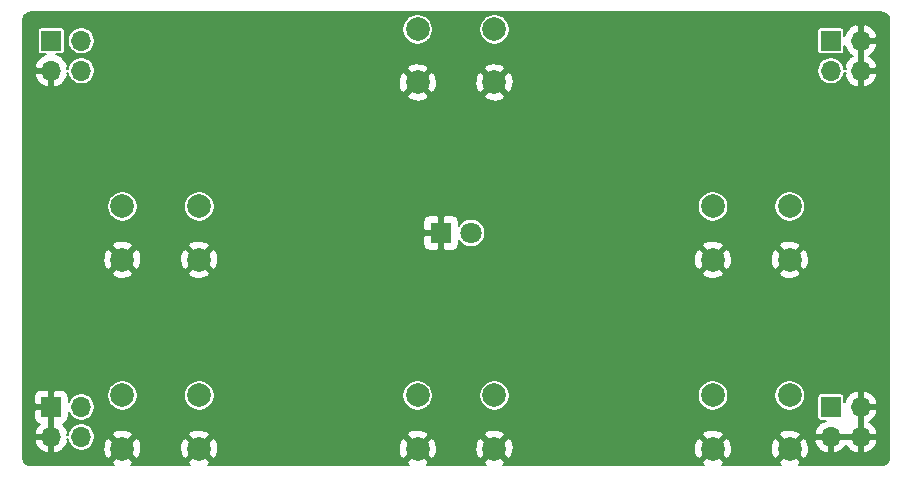
<source format=gbl>
%TF.GenerationSoftware,KiCad,Pcbnew,5.1.10*%
%TF.CreationDate,2021-11-03T22:20:00+01:00*%
%TF.ProjectId,main_pcb_ui,6d61696e-5f70-4636-925f-75692e6b6963,rev?*%
%TF.SameCoordinates,PX8583b00PY5f5e100*%
%TF.FileFunction,Copper,L2,Bot*%
%TF.FilePolarity,Positive*%
%FSLAX46Y46*%
G04 Gerber Fmt 4.6, Leading zero omitted, Abs format (unit mm)*
G04 Created by KiCad (PCBNEW 5.1.10) date 2021-11-03 22:20:00*
%MOMM*%
%LPD*%
G01*
G04 APERTURE LIST*
%TA.AperFunction,ComponentPad*%
%ADD10C,2.000000*%
%TD*%
%TA.AperFunction,ComponentPad*%
%ADD11O,1.700000X1.700000*%
%TD*%
%TA.AperFunction,ComponentPad*%
%ADD12R,1.700000X1.700000*%
%TD*%
%TA.AperFunction,ComponentPad*%
%ADD13C,1.800000*%
%TD*%
%TA.AperFunction,ComponentPad*%
%ADD14R,1.800000X1.800000*%
%TD*%
%TA.AperFunction,Conductor*%
%ADD15C,0.200000*%
%TD*%
%TA.AperFunction,Conductor*%
%ADD16C,0.100000*%
%TD*%
G04 APERTURE END LIST*
D10*
%TO.P,SW6,1*%
%TO.N,/MASTER_ON*%
X3250000Y25250000D03*
%TO.P,SW6,2*%
%TO.N,GND*%
X3250000Y20750000D03*
%TO.P,SW6,1*%
%TO.N,/MASTER_ON*%
X-3250000Y25250000D03*
%TO.P,SW6,2*%
%TO.N,GND*%
X-3250000Y20750000D03*
%TD*%
D11*
%TO.P,J4,4*%
%TO.N,GND*%
X34270000Y-9270000D03*
%TO.P,J4,3*%
X31730000Y-9270000D03*
%TO.P,J4,2*%
X34270000Y-6730000D03*
D12*
%TO.P,J4,1*%
%TO.N,/BR-*%
X31730000Y-6730000D03*
%TD*%
D11*
%TO.P,J3,4*%
%TO.N,GND*%
X34270000Y21730000D03*
%TO.P,J3,3*%
%TO.N,/LED*%
X31730000Y21730000D03*
%TO.P,J3,2*%
%TO.N,GND*%
X34270000Y24270000D03*
D12*
%TO.P,J3,1*%
%TO.N,/BR+*%
X31730000Y24270000D03*
%TD*%
D11*
%TO.P,J2,4*%
%TO.N,/MASTER_ON*%
X-31730000Y21730000D03*
%TO.P,J2,3*%
%TO.N,GND*%
X-34270000Y21730000D03*
%TO.P,J2,2*%
%TO.N,/SP+*%
X-31730000Y24270000D03*
D12*
%TO.P,J2,1*%
%TO.N,+3V3*%
X-34270000Y24270000D03*
%TD*%
D11*
%TO.P,J1,4*%
%TO.N,/TRIG*%
X-31730000Y-9270000D03*
%TO.P,J1,3*%
%TO.N,GND*%
X-34270000Y-9270000D03*
%TO.P,J1,2*%
%TO.N,/SP-*%
X-31730000Y-6730000D03*
D12*
%TO.P,J1,1*%
%TO.N,GND*%
X-34270000Y-6730000D03*
%TD*%
D10*
%TO.P,SW5,1*%
%TO.N,/BR-*%
X28250000Y-5750000D03*
%TO.P,SW5,2*%
%TO.N,GND*%
X28250000Y-10250000D03*
%TO.P,SW5,1*%
%TO.N,/BR-*%
X21750000Y-5750000D03*
%TO.P,SW5,2*%
%TO.N,GND*%
X21750000Y-10250000D03*
%TD*%
%TO.P,SW4,1*%
%TO.N,/BR+*%
X28250000Y10250000D03*
%TO.P,SW4,2*%
%TO.N,GND*%
X28250000Y5750000D03*
%TO.P,SW4,1*%
%TO.N,/BR+*%
X21750000Y10250000D03*
%TO.P,SW4,2*%
%TO.N,GND*%
X21750000Y5750000D03*
%TD*%
%TO.P,SW3,1*%
%TO.N,/TRIG*%
X3250000Y-5750000D03*
%TO.P,SW3,2*%
%TO.N,GND*%
X3250000Y-10250000D03*
%TO.P,SW3,1*%
%TO.N,/TRIG*%
X-3250000Y-5750000D03*
%TO.P,SW3,2*%
%TO.N,GND*%
X-3250000Y-10250000D03*
%TD*%
%TO.P,SW2,1*%
%TO.N,/SP-*%
X-21750000Y-5750000D03*
%TO.P,SW2,2*%
%TO.N,GND*%
X-21750000Y-10250000D03*
%TO.P,SW2,1*%
%TO.N,/SP-*%
X-28250000Y-5750000D03*
%TO.P,SW2,2*%
%TO.N,GND*%
X-28250000Y-10250000D03*
%TD*%
%TO.P,SW1,1*%
%TO.N,/SP+*%
X-21750000Y10250000D03*
%TO.P,SW1,2*%
%TO.N,GND*%
X-21750000Y5750000D03*
%TO.P,SW1,1*%
%TO.N,/SP+*%
X-28250000Y10250000D03*
%TO.P,SW1,2*%
%TO.N,GND*%
X-28250000Y5750000D03*
%TD*%
D13*
%TO.P,D1,2*%
%TO.N,Net-(D1-Pad2)*%
X1270000Y8000000D03*
D14*
%TO.P,D1,1*%
%TO.N,GND*%
X-1270000Y8000000D03*
%TD*%
D15*
%TO.N,GND*%
X36130805Y26660616D02*
X36256629Y26622627D01*
X36372675Y26560924D01*
X36474532Y26477852D01*
X36558310Y26376582D01*
X36620819Y26260973D01*
X36659686Y26135414D01*
X36675000Y25989715D01*
X36675001Y-10984094D01*
X36660616Y-11130805D01*
X36622627Y-11256629D01*
X36560924Y-11372675D01*
X36477853Y-11474531D01*
X36376586Y-11558307D01*
X36260973Y-11620819D01*
X36135410Y-11659687D01*
X35989716Y-11675000D01*
X29008635Y-11675000D01*
X29070819Y-11641762D01*
X29170410Y-11388199D01*
X28250000Y-10467789D01*
X27329590Y-11388199D01*
X27429181Y-11641762D01*
X27500767Y-11675000D01*
X22508635Y-11675000D01*
X22570819Y-11641762D01*
X22670410Y-11388199D01*
X21750000Y-10467789D01*
X20829590Y-11388199D01*
X20929181Y-11641762D01*
X21000767Y-11675000D01*
X4008635Y-11675000D01*
X4070819Y-11641762D01*
X4170410Y-11388199D01*
X3250000Y-10467789D01*
X2329590Y-11388199D01*
X2429181Y-11641762D01*
X2500767Y-11675000D01*
X-2491365Y-11675000D01*
X-2429181Y-11641762D01*
X-2329590Y-11388199D01*
X-3250000Y-10467789D01*
X-4170410Y-11388199D01*
X-4070819Y-11641762D01*
X-3999233Y-11675000D01*
X-20991365Y-11675000D01*
X-20929181Y-11641762D01*
X-20829590Y-11388199D01*
X-21750000Y-10467789D01*
X-22670410Y-11388199D01*
X-22570819Y-11641762D01*
X-22499233Y-11675000D01*
X-27491365Y-11675000D01*
X-27429181Y-11641762D01*
X-27329590Y-11388199D01*
X-28250000Y-10467789D01*
X-29170410Y-11388199D01*
X-29070819Y-11641762D01*
X-28999233Y-11675000D01*
X-35984104Y-11675000D01*
X-36130805Y-11660616D01*
X-36256629Y-11622627D01*
X-36372675Y-11560924D01*
X-36474531Y-11477853D01*
X-36558307Y-11376586D01*
X-36620819Y-11260973D01*
X-36659687Y-11135410D01*
X-36675000Y-10989716D01*
X-36675000Y-9648910D01*
X-35677903Y-9648910D01*
X-35651146Y-9737139D01*
X-35533473Y-9997611D01*
X-35367246Y-10230122D01*
X-35158852Y-10425736D01*
X-34916300Y-10576935D01*
X-34648911Y-10677909D01*
X-34424000Y-10567850D01*
X-34424000Y-9424000D01*
X-35566889Y-9424000D01*
X-35677903Y-9648910D01*
X-36675000Y-9648910D01*
X-36675000Y-7580000D01*
X-35730942Y-7580000D01*
X-35719203Y-7699189D01*
X-35684437Y-7813797D01*
X-35627980Y-7919421D01*
X-35552001Y-8012001D01*
X-35459421Y-8087980D01*
X-35353797Y-8144437D01*
X-35239189Y-8179203D01*
X-35229093Y-8180197D01*
X-35367246Y-8309878D01*
X-35533473Y-8542389D01*
X-35651146Y-8802861D01*
X-35677903Y-8891090D01*
X-35566889Y-9116000D01*
X-34424000Y-9116000D01*
X-34424000Y-6884000D01*
X-35576000Y-6884000D01*
X-35728000Y-7036000D01*
X-35730942Y-7580000D01*
X-36675000Y-7580000D01*
X-36675000Y-5880000D01*
X-35730942Y-5880000D01*
X-35728000Y-6424000D01*
X-35576000Y-6576000D01*
X-34424000Y-6576000D01*
X-34424000Y-5424000D01*
X-34116000Y-5424000D01*
X-34116000Y-6576000D01*
X-34096000Y-6576000D01*
X-34096000Y-6884000D01*
X-34116000Y-6884000D01*
X-34116000Y-9116000D01*
X-34096000Y-9116000D01*
X-34096000Y-9424000D01*
X-34116000Y-9424000D01*
X-34116000Y-10567850D01*
X-33891089Y-10677909D01*
X-33623700Y-10576935D01*
X-33381148Y-10425736D01*
X-33172754Y-10230122D01*
X-33006527Y-9997611D01*
X-32888854Y-9737139D01*
X-32862097Y-9648910D01*
X-32973110Y-9424002D01*
X-32871897Y-9424002D01*
X-32835806Y-9605443D01*
X-32749116Y-9814729D01*
X-32623263Y-10003082D01*
X-32463082Y-10163263D01*
X-32274729Y-10289116D01*
X-32065443Y-10375806D01*
X-31843265Y-10420000D01*
X-31616735Y-10420000D01*
X-31394557Y-10375806D01*
X-31309889Y-10340735D01*
X-29863230Y-10340735D01*
X-29814531Y-10653716D01*
X-29705708Y-10951184D01*
X-29641762Y-11070819D01*
X-29388199Y-11170410D01*
X-28467789Y-10250000D01*
X-28032211Y-10250000D01*
X-27111801Y-11170410D01*
X-26858238Y-11070819D01*
X-26724846Y-10783528D01*
X-26650066Y-10475735D01*
X-26644395Y-10340735D01*
X-23363230Y-10340735D01*
X-23314531Y-10653716D01*
X-23205708Y-10951184D01*
X-23141762Y-11070819D01*
X-22888199Y-11170410D01*
X-21967789Y-10250000D01*
X-21532211Y-10250000D01*
X-20611801Y-11170410D01*
X-20358238Y-11070819D01*
X-20224846Y-10783528D01*
X-20150066Y-10475735D01*
X-20144395Y-10340735D01*
X-4863230Y-10340735D01*
X-4814531Y-10653716D01*
X-4705708Y-10951184D01*
X-4641762Y-11070819D01*
X-4388199Y-11170410D01*
X-3467789Y-10250000D01*
X-3032211Y-10250000D01*
X-2111801Y-11170410D01*
X-1858238Y-11070819D01*
X-1724846Y-10783528D01*
X-1650066Y-10475735D01*
X-1644395Y-10340735D01*
X1636770Y-10340735D01*
X1685469Y-10653716D01*
X1794292Y-10951184D01*
X1858238Y-11070819D01*
X2111801Y-11170410D01*
X3032211Y-10250000D01*
X3467789Y-10250000D01*
X4388199Y-11170410D01*
X4641762Y-11070819D01*
X4775154Y-10783528D01*
X4849934Y-10475735D01*
X4855605Y-10340735D01*
X20136770Y-10340735D01*
X20185469Y-10653716D01*
X20294292Y-10951184D01*
X20358238Y-11070819D01*
X20611801Y-11170410D01*
X21532211Y-10250000D01*
X21967789Y-10250000D01*
X22888199Y-11170410D01*
X23141762Y-11070819D01*
X23275154Y-10783528D01*
X23349934Y-10475735D01*
X23355605Y-10340735D01*
X26636770Y-10340735D01*
X26685469Y-10653716D01*
X26794292Y-10951184D01*
X26858238Y-11070819D01*
X27111801Y-11170410D01*
X28032211Y-10250000D01*
X28467789Y-10250000D01*
X29388199Y-11170410D01*
X29641762Y-11070819D01*
X29775154Y-10783528D01*
X29849934Y-10475735D01*
X29863230Y-10159265D01*
X29814531Y-9846284D01*
X29742326Y-9648910D01*
X30322097Y-9648910D01*
X30348854Y-9737139D01*
X30466527Y-9997611D01*
X30632754Y-10230122D01*
X30841148Y-10425736D01*
X31083700Y-10576935D01*
X31351089Y-10677909D01*
X31576000Y-10567850D01*
X31576000Y-9424000D01*
X31884000Y-9424000D01*
X31884000Y-10567850D01*
X32108911Y-10677909D01*
X32376300Y-10576935D01*
X32618852Y-10425736D01*
X32827246Y-10230122D01*
X32993473Y-9997611D01*
X33000000Y-9983163D01*
X33006527Y-9997611D01*
X33172754Y-10230122D01*
X33381148Y-10425736D01*
X33623700Y-10576935D01*
X33891089Y-10677909D01*
X34116000Y-10567850D01*
X34116000Y-9424000D01*
X34424000Y-9424000D01*
X34424000Y-10567850D01*
X34648911Y-10677909D01*
X34916300Y-10576935D01*
X35158852Y-10425736D01*
X35367246Y-10230122D01*
X35533473Y-9997611D01*
X35651146Y-9737139D01*
X35677903Y-9648910D01*
X35566889Y-9424000D01*
X34424000Y-9424000D01*
X34116000Y-9424000D01*
X31884000Y-9424000D01*
X31576000Y-9424000D01*
X30433111Y-9424000D01*
X30322097Y-9648910D01*
X29742326Y-9648910D01*
X29705708Y-9548816D01*
X29641762Y-9429181D01*
X29388199Y-9329590D01*
X28467789Y-10250000D01*
X28032211Y-10250000D01*
X27111801Y-9329590D01*
X26858238Y-9429181D01*
X26724846Y-9716472D01*
X26650066Y-10024265D01*
X26636770Y-10340735D01*
X23355605Y-10340735D01*
X23363230Y-10159265D01*
X23314531Y-9846284D01*
X23205708Y-9548816D01*
X23141762Y-9429181D01*
X22888199Y-9329590D01*
X21967789Y-10250000D01*
X21532211Y-10250000D01*
X20611801Y-9329590D01*
X20358238Y-9429181D01*
X20224846Y-9716472D01*
X20150066Y-10024265D01*
X20136770Y-10340735D01*
X4855605Y-10340735D01*
X4863230Y-10159265D01*
X4814531Y-9846284D01*
X4705708Y-9548816D01*
X4641762Y-9429181D01*
X4388199Y-9329590D01*
X3467789Y-10250000D01*
X3032211Y-10250000D01*
X2111801Y-9329590D01*
X1858238Y-9429181D01*
X1724846Y-9716472D01*
X1650066Y-10024265D01*
X1636770Y-10340735D01*
X-1644395Y-10340735D01*
X-1636770Y-10159265D01*
X-1685469Y-9846284D01*
X-1794292Y-9548816D01*
X-1858238Y-9429181D01*
X-2111801Y-9329590D01*
X-3032211Y-10250000D01*
X-3467789Y-10250000D01*
X-4388199Y-9329590D01*
X-4641762Y-9429181D01*
X-4775154Y-9716472D01*
X-4849934Y-10024265D01*
X-4863230Y-10340735D01*
X-20144395Y-10340735D01*
X-20136770Y-10159265D01*
X-20185469Y-9846284D01*
X-20294292Y-9548816D01*
X-20358238Y-9429181D01*
X-20611801Y-9329590D01*
X-21532211Y-10250000D01*
X-21967789Y-10250000D01*
X-22888199Y-9329590D01*
X-23141762Y-9429181D01*
X-23275154Y-9716472D01*
X-23349934Y-10024265D01*
X-23363230Y-10340735D01*
X-26644395Y-10340735D01*
X-26636770Y-10159265D01*
X-26685469Y-9846284D01*
X-26794292Y-9548816D01*
X-26858238Y-9429181D01*
X-27111801Y-9329590D01*
X-28032211Y-10250000D01*
X-28467789Y-10250000D01*
X-29388199Y-9329590D01*
X-29641762Y-9429181D01*
X-29775154Y-9716472D01*
X-29849934Y-10024265D01*
X-29863230Y-10340735D01*
X-31309889Y-10340735D01*
X-31185271Y-10289116D01*
X-30996918Y-10163263D01*
X-30836737Y-10003082D01*
X-30710884Y-9814729D01*
X-30624194Y-9605443D01*
X-30580000Y-9383265D01*
X-30580000Y-9156735D01*
X-30588937Y-9111801D01*
X-29170410Y-9111801D01*
X-28250000Y-10032211D01*
X-27329590Y-9111801D01*
X-22670410Y-9111801D01*
X-21750000Y-10032211D01*
X-20829590Y-9111801D01*
X-4170410Y-9111801D01*
X-3250000Y-10032211D01*
X-2329590Y-9111801D01*
X2329590Y-9111801D01*
X3250000Y-10032211D01*
X4170410Y-9111801D01*
X20829590Y-9111801D01*
X21750000Y-10032211D01*
X22670410Y-9111801D01*
X27329590Y-9111801D01*
X28250000Y-10032211D01*
X29170410Y-9111801D01*
X29083723Y-8891090D01*
X30322097Y-8891090D01*
X30433111Y-9116000D01*
X31576000Y-9116000D01*
X31576000Y-9096000D01*
X31884000Y-9096000D01*
X31884000Y-9116000D01*
X34116000Y-9116000D01*
X34116000Y-6884000D01*
X34424000Y-6884000D01*
X34424000Y-9116000D01*
X35566889Y-9116000D01*
X35677903Y-8891090D01*
X35651146Y-8802861D01*
X35533473Y-8542389D01*
X35367246Y-8309878D01*
X35158852Y-8114264D01*
X34975551Y-8000000D01*
X35158852Y-7885736D01*
X35367246Y-7690122D01*
X35533473Y-7457611D01*
X35651146Y-7197139D01*
X35677903Y-7108910D01*
X35566889Y-6884000D01*
X34424000Y-6884000D01*
X34116000Y-6884000D01*
X34096000Y-6884000D01*
X34096000Y-6576000D01*
X34116000Y-6576000D01*
X34116000Y-5432150D01*
X34424000Y-5432150D01*
X34424000Y-6576000D01*
X35566889Y-6576000D01*
X35677903Y-6351090D01*
X35651146Y-6262861D01*
X35533473Y-6002389D01*
X35367246Y-5769878D01*
X35158852Y-5574264D01*
X34916300Y-5423065D01*
X34648911Y-5322091D01*
X34424000Y-5432150D01*
X34116000Y-5432150D01*
X33891089Y-5322091D01*
X33623700Y-5423065D01*
X33381148Y-5574264D01*
X33172754Y-5769878D01*
X33006527Y-6002389D01*
X32888854Y-6262861D01*
X32881451Y-6287272D01*
X32881451Y-5880000D01*
X32875659Y-5821190D01*
X32858504Y-5764640D01*
X32830647Y-5712523D01*
X32793158Y-5666842D01*
X32747477Y-5629353D01*
X32695360Y-5601496D01*
X32638810Y-5584341D01*
X32580000Y-5578549D01*
X30880000Y-5578549D01*
X30821190Y-5584341D01*
X30764640Y-5601496D01*
X30712523Y-5629353D01*
X30666842Y-5666842D01*
X30629353Y-5712523D01*
X30601496Y-5764640D01*
X30584341Y-5821190D01*
X30578549Y-5880000D01*
X30578549Y-7580000D01*
X30584341Y-7638810D01*
X30601496Y-7695360D01*
X30629353Y-7747477D01*
X30666842Y-7793158D01*
X30712523Y-7830647D01*
X30764640Y-7858504D01*
X30821190Y-7875659D01*
X30880000Y-7881451D01*
X31299822Y-7881451D01*
X31083700Y-7963065D01*
X30841148Y-8114264D01*
X30632754Y-8309878D01*
X30466527Y-8542389D01*
X30348854Y-8802861D01*
X30322097Y-8891090D01*
X29083723Y-8891090D01*
X29070819Y-8858238D01*
X28783528Y-8724846D01*
X28475735Y-8650066D01*
X28159265Y-8636770D01*
X27846284Y-8685469D01*
X27548816Y-8794292D01*
X27429181Y-8858238D01*
X27329590Y-9111801D01*
X22670410Y-9111801D01*
X22570819Y-8858238D01*
X22283528Y-8724846D01*
X21975735Y-8650066D01*
X21659265Y-8636770D01*
X21346284Y-8685469D01*
X21048816Y-8794292D01*
X20929181Y-8858238D01*
X20829590Y-9111801D01*
X4170410Y-9111801D01*
X4070819Y-8858238D01*
X3783528Y-8724846D01*
X3475735Y-8650066D01*
X3159265Y-8636770D01*
X2846284Y-8685469D01*
X2548816Y-8794292D01*
X2429181Y-8858238D01*
X2329590Y-9111801D01*
X-2329590Y-9111801D01*
X-2429181Y-8858238D01*
X-2716472Y-8724846D01*
X-3024265Y-8650066D01*
X-3340735Y-8636770D01*
X-3653716Y-8685469D01*
X-3951184Y-8794292D01*
X-4070819Y-8858238D01*
X-4170410Y-9111801D01*
X-20829590Y-9111801D01*
X-20929181Y-8858238D01*
X-21216472Y-8724846D01*
X-21524265Y-8650066D01*
X-21840735Y-8636770D01*
X-22153716Y-8685469D01*
X-22451184Y-8794292D01*
X-22570819Y-8858238D01*
X-22670410Y-9111801D01*
X-27329590Y-9111801D01*
X-27429181Y-8858238D01*
X-27716472Y-8724846D01*
X-28024265Y-8650066D01*
X-28340735Y-8636770D01*
X-28653716Y-8685469D01*
X-28951184Y-8794292D01*
X-29070819Y-8858238D01*
X-29170410Y-9111801D01*
X-30588937Y-9111801D01*
X-30624194Y-8934557D01*
X-30710884Y-8725271D01*
X-30836737Y-8536918D01*
X-30996918Y-8376737D01*
X-31185271Y-8250884D01*
X-31394557Y-8164194D01*
X-31616735Y-8120000D01*
X-31843265Y-8120000D01*
X-32065443Y-8164194D01*
X-32274729Y-8250884D01*
X-32463082Y-8376737D01*
X-32623263Y-8536918D01*
X-32749116Y-8725271D01*
X-32835806Y-8934557D01*
X-32871897Y-9115998D01*
X-32973110Y-9115998D01*
X-32862097Y-8891090D01*
X-32888854Y-8802861D01*
X-33006527Y-8542389D01*
X-33172754Y-8309878D01*
X-33310907Y-8180197D01*
X-33300811Y-8179203D01*
X-33186203Y-8144437D01*
X-33080579Y-8087980D01*
X-32987999Y-8012001D01*
X-32912020Y-7919421D01*
X-32855563Y-7813797D01*
X-32820797Y-7699189D01*
X-32809058Y-7580000D01*
X-32811524Y-7124065D01*
X-32749116Y-7274729D01*
X-32623263Y-7463082D01*
X-32463082Y-7623263D01*
X-32274729Y-7749116D01*
X-32065443Y-7835806D01*
X-31843265Y-7880000D01*
X-31616735Y-7880000D01*
X-31394557Y-7835806D01*
X-31185271Y-7749116D01*
X-30996918Y-7623263D01*
X-30836737Y-7463082D01*
X-30710884Y-7274729D01*
X-30624194Y-7065443D01*
X-30580000Y-6843265D01*
X-30580000Y-6616735D01*
X-30624194Y-6394557D01*
X-30710884Y-6185271D01*
X-30836737Y-5996918D01*
X-30996918Y-5836737D01*
X-31185271Y-5710884D01*
X-31394557Y-5624194D01*
X-31405783Y-5621961D01*
X-29550000Y-5621961D01*
X-29550000Y-5878039D01*
X-29500042Y-6129196D01*
X-29402045Y-6365781D01*
X-29259776Y-6578702D01*
X-29078702Y-6759776D01*
X-28865781Y-6902045D01*
X-28629196Y-7000042D01*
X-28378039Y-7050000D01*
X-28121961Y-7050000D01*
X-27870804Y-7000042D01*
X-27634219Y-6902045D01*
X-27421298Y-6759776D01*
X-27240224Y-6578702D01*
X-27097955Y-6365781D01*
X-26999958Y-6129196D01*
X-26950000Y-5878039D01*
X-26950000Y-5621961D01*
X-23050000Y-5621961D01*
X-23050000Y-5878039D01*
X-23000042Y-6129196D01*
X-22902045Y-6365781D01*
X-22759776Y-6578702D01*
X-22578702Y-6759776D01*
X-22365781Y-6902045D01*
X-22129196Y-7000042D01*
X-21878039Y-7050000D01*
X-21621961Y-7050000D01*
X-21370804Y-7000042D01*
X-21134219Y-6902045D01*
X-20921298Y-6759776D01*
X-20740224Y-6578702D01*
X-20597955Y-6365781D01*
X-20499958Y-6129196D01*
X-20450000Y-5878039D01*
X-20450000Y-5621961D01*
X-4550000Y-5621961D01*
X-4550000Y-5878039D01*
X-4500042Y-6129196D01*
X-4402045Y-6365781D01*
X-4259776Y-6578702D01*
X-4078702Y-6759776D01*
X-3865781Y-6902045D01*
X-3629196Y-7000042D01*
X-3378039Y-7050000D01*
X-3121961Y-7050000D01*
X-2870804Y-7000042D01*
X-2634219Y-6902045D01*
X-2421298Y-6759776D01*
X-2240224Y-6578702D01*
X-2097955Y-6365781D01*
X-1999958Y-6129196D01*
X-1950000Y-5878039D01*
X-1950000Y-5621961D01*
X1950000Y-5621961D01*
X1950000Y-5878039D01*
X1999958Y-6129196D01*
X2097955Y-6365781D01*
X2240224Y-6578702D01*
X2421298Y-6759776D01*
X2634219Y-6902045D01*
X2870804Y-7000042D01*
X3121961Y-7050000D01*
X3378039Y-7050000D01*
X3629196Y-7000042D01*
X3865781Y-6902045D01*
X4078702Y-6759776D01*
X4259776Y-6578702D01*
X4402045Y-6365781D01*
X4500042Y-6129196D01*
X4550000Y-5878039D01*
X4550000Y-5621961D01*
X20450000Y-5621961D01*
X20450000Y-5878039D01*
X20499958Y-6129196D01*
X20597955Y-6365781D01*
X20740224Y-6578702D01*
X20921298Y-6759776D01*
X21134219Y-6902045D01*
X21370804Y-7000042D01*
X21621961Y-7050000D01*
X21878039Y-7050000D01*
X22129196Y-7000042D01*
X22365781Y-6902045D01*
X22578702Y-6759776D01*
X22759776Y-6578702D01*
X22902045Y-6365781D01*
X23000042Y-6129196D01*
X23050000Y-5878039D01*
X23050000Y-5621961D01*
X26950000Y-5621961D01*
X26950000Y-5878039D01*
X26999958Y-6129196D01*
X27097955Y-6365781D01*
X27240224Y-6578702D01*
X27421298Y-6759776D01*
X27634219Y-6902045D01*
X27870804Y-7000042D01*
X28121961Y-7050000D01*
X28378039Y-7050000D01*
X28629196Y-7000042D01*
X28865781Y-6902045D01*
X29078702Y-6759776D01*
X29259776Y-6578702D01*
X29402045Y-6365781D01*
X29500042Y-6129196D01*
X29550000Y-5878039D01*
X29550000Y-5621961D01*
X29500042Y-5370804D01*
X29402045Y-5134219D01*
X29259776Y-4921298D01*
X29078702Y-4740224D01*
X28865781Y-4597955D01*
X28629196Y-4499958D01*
X28378039Y-4450000D01*
X28121961Y-4450000D01*
X27870804Y-4499958D01*
X27634219Y-4597955D01*
X27421298Y-4740224D01*
X27240224Y-4921298D01*
X27097955Y-5134219D01*
X26999958Y-5370804D01*
X26950000Y-5621961D01*
X23050000Y-5621961D01*
X23000042Y-5370804D01*
X22902045Y-5134219D01*
X22759776Y-4921298D01*
X22578702Y-4740224D01*
X22365781Y-4597955D01*
X22129196Y-4499958D01*
X21878039Y-4450000D01*
X21621961Y-4450000D01*
X21370804Y-4499958D01*
X21134219Y-4597955D01*
X20921298Y-4740224D01*
X20740224Y-4921298D01*
X20597955Y-5134219D01*
X20499958Y-5370804D01*
X20450000Y-5621961D01*
X4550000Y-5621961D01*
X4500042Y-5370804D01*
X4402045Y-5134219D01*
X4259776Y-4921298D01*
X4078702Y-4740224D01*
X3865781Y-4597955D01*
X3629196Y-4499958D01*
X3378039Y-4450000D01*
X3121961Y-4450000D01*
X2870804Y-4499958D01*
X2634219Y-4597955D01*
X2421298Y-4740224D01*
X2240224Y-4921298D01*
X2097955Y-5134219D01*
X1999958Y-5370804D01*
X1950000Y-5621961D01*
X-1950000Y-5621961D01*
X-1999958Y-5370804D01*
X-2097955Y-5134219D01*
X-2240224Y-4921298D01*
X-2421298Y-4740224D01*
X-2634219Y-4597955D01*
X-2870804Y-4499958D01*
X-3121961Y-4450000D01*
X-3378039Y-4450000D01*
X-3629196Y-4499958D01*
X-3865781Y-4597955D01*
X-4078702Y-4740224D01*
X-4259776Y-4921298D01*
X-4402045Y-5134219D01*
X-4500042Y-5370804D01*
X-4550000Y-5621961D01*
X-20450000Y-5621961D01*
X-20499958Y-5370804D01*
X-20597955Y-5134219D01*
X-20740224Y-4921298D01*
X-20921298Y-4740224D01*
X-21134219Y-4597955D01*
X-21370804Y-4499958D01*
X-21621961Y-4450000D01*
X-21878039Y-4450000D01*
X-22129196Y-4499958D01*
X-22365781Y-4597955D01*
X-22578702Y-4740224D01*
X-22759776Y-4921298D01*
X-22902045Y-5134219D01*
X-23000042Y-5370804D01*
X-23050000Y-5621961D01*
X-26950000Y-5621961D01*
X-26999958Y-5370804D01*
X-27097955Y-5134219D01*
X-27240224Y-4921298D01*
X-27421298Y-4740224D01*
X-27634219Y-4597955D01*
X-27870804Y-4499958D01*
X-28121961Y-4450000D01*
X-28378039Y-4450000D01*
X-28629196Y-4499958D01*
X-28865781Y-4597955D01*
X-29078702Y-4740224D01*
X-29259776Y-4921298D01*
X-29402045Y-5134219D01*
X-29500042Y-5370804D01*
X-29550000Y-5621961D01*
X-31405783Y-5621961D01*
X-31616735Y-5580000D01*
X-31843265Y-5580000D01*
X-32065443Y-5624194D01*
X-32274729Y-5710884D01*
X-32463082Y-5836737D01*
X-32623263Y-5996918D01*
X-32749116Y-6185271D01*
X-32811524Y-6335935D01*
X-32809058Y-5880000D01*
X-32820797Y-5760811D01*
X-32855563Y-5646203D01*
X-32912020Y-5540579D01*
X-32987999Y-5447999D01*
X-33080579Y-5372020D01*
X-33186203Y-5315563D01*
X-33300811Y-5280797D01*
X-33420000Y-5269058D01*
X-33964000Y-5272000D01*
X-34116000Y-5424000D01*
X-34424000Y-5424000D01*
X-34576000Y-5272000D01*
X-35120000Y-5269058D01*
X-35239189Y-5280797D01*
X-35353797Y-5315563D01*
X-35459421Y-5372020D01*
X-35552001Y-5447999D01*
X-35627980Y-5540579D01*
X-35684437Y-5646203D01*
X-35719203Y-5760811D01*
X-35730942Y-5880000D01*
X-36675000Y-5880000D01*
X-36675000Y4611801D01*
X-29170410Y4611801D01*
X-29070819Y4358238D01*
X-28783528Y4224846D01*
X-28475735Y4150066D01*
X-28159265Y4136770D01*
X-27846284Y4185469D01*
X-27548816Y4294292D01*
X-27429181Y4358238D01*
X-27329590Y4611801D01*
X-22670410Y4611801D01*
X-22570819Y4358238D01*
X-22283528Y4224846D01*
X-21975735Y4150066D01*
X-21659265Y4136770D01*
X-21346284Y4185469D01*
X-21048816Y4294292D01*
X-20929181Y4358238D01*
X-20829590Y4611801D01*
X20829590Y4611801D01*
X20929181Y4358238D01*
X21216472Y4224846D01*
X21524265Y4150066D01*
X21840735Y4136770D01*
X22153716Y4185469D01*
X22451184Y4294292D01*
X22570819Y4358238D01*
X22670410Y4611801D01*
X27329590Y4611801D01*
X27429181Y4358238D01*
X27716472Y4224846D01*
X28024265Y4150066D01*
X28340735Y4136770D01*
X28653716Y4185469D01*
X28951184Y4294292D01*
X29070819Y4358238D01*
X29170410Y4611801D01*
X28250000Y5532211D01*
X27329590Y4611801D01*
X22670410Y4611801D01*
X21750000Y5532211D01*
X20829590Y4611801D01*
X-20829590Y4611801D01*
X-21750000Y5532211D01*
X-22670410Y4611801D01*
X-27329590Y4611801D01*
X-28250000Y5532211D01*
X-29170410Y4611801D01*
X-36675000Y4611801D01*
X-36675000Y5659265D01*
X-29863230Y5659265D01*
X-29814531Y5346284D01*
X-29705708Y5048816D01*
X-29641762Y4929181D01*
X-29388199Y4829590D01*
X-28467789Y5750000D01*
X-28032211Y5750000D01*
X-27111801Y4829590D01*
X-26858238Y4929181D01*
X-26724846Y5216472D01*
X-26650066Y5524265D01*
X-26644395Y5659265D01*
X-23363230Y5659265D01*
X-23314531Y5346284D01*
X-23205708Y5048816D01*
X-23141762Y4929181D01*
X-22888199Y4829590D01*
X-21967789Y5750000D01*
X-21532211Y5750000D01*
X-20611801Y4829590D01*
X-20358238Y4929181D01*
X-20224846Y5216472D01*
X-20150066Y5524265D01*
X-20144395Y5659265D01*
X20136770Y5659265D01*
X20185469Y5346284D01*
X20294292Y5048816D01*
X20358238Y4929181D01*
X20611801Y4829590D01*
X21532211Y5750000D01*
X21967789Y5750000D01*
X22888199Y4829590D01*
X23141762Y4929181D01*
X23275154Y5216472D01*
X23349934Y5524265D01*
X23355605Y5659265D01*
X26636770Y5659265D01*
X26685469Y5346284D01*
X26794292Y5048816D01*
X26858238Y4929181D01*
X27111801Y4829590D01*
X28032211Y5750000D01*
X28467789Y5750000D01*
X29388199Y4829590D01*
X29641762Y4929181D01*
X29775154Y5216472D01*
X29849934Y5524265D01*
X29863230Y5840735D01*
X29814531Y6153716D01*
X29705708Y6451184D01*
X29641762Y6570819D01*
X29388199Y6670410D01*
X28467789Y5750000D01*
X28032211Y5750000D01*
X27111801Y6670410D01*
X26858238Y6570819D01*
X26724846Y6283528D01*
X26650066Y5975735D01*
X26636770Y5659265D01*
X23355605Y5659265D01*
X23363230Y5840735D01*
X23314531Y6153716D01*
X23205708Y6451184D01*
X23141762Y6570819D01*
X22888199Y6670410D01*
X21967789Y5750000D01*
X21532211Y5750000D01*
X20611801Y6670410D01*
X20358238Y6570819D01*
X20224846Y6283528D01*
X20150066Y5975735D01*
X20136770Y5659265D01*
X-20144395Y5659265D01*
X-20136770Y5840735D01*
X-20185469Y6153716D01*
X-20294292Y6451184D01*
X-20358238Y6570819D01*
X-20611801Y6670410D01*
X-21532211Y5750000D01*
X-21967789Y5750000D01*
X-22888199Y6670410D01*
X-23141762Y6570819D01*
X-23275154Y6283528D01*
X-23349934Y5975735D01*
X-23363230Y5659265D01*
X-26644395Y5659265D01*
X-26636770Y5840735D01*
X-26685469Y6153716D01*
X-26794292Y6451184D01*
X-26858238Y6570819D01*
X-27111801Y6670410D01*
X-28032211Y5750000D01*
X-28467789Y5750000D01*
X-29388199Y6670410D01*
X-29641762Y6570819D01*
X-29775154Y6283528D01*
X-29849934Y5975735D01*
X-29863230Y5659265D01*
X-36675000Y5659265D01*
X-36675000Y6888199D01*
X-29170410Y6888199D01*
X-28250000Y5967789D01*
X-27329590Y6888199D01*
X-22670410Y6888199D01*
X-21750000Y5967789D01*
X-20829590Y6888199D01*
X-20912778Y7100000D01*
X-2780942Y7100000D01*
X-2769203Y6980811D01*
X-2734437Y6866203D01*
X-2677980Y6760579D01*
X-2602001Y6667999D01*
X-2509421Y6592020D01*
X-2403797Y6535563D01*
X-2289189Y6500797D01*
X-2170000Y6489058D01*
X-1576000Y6492000D01*
X-1424000Y6644000D01*
X-1424000Y7846000D01*
X-2626000Y7846000D01*
X-2778000Y7694000D01*
X-2780942Y7100000D01*
X-20912778Y7100000D01*
X-20929181Y7141762D01*
X-21216472Y7275154D01*
X-21524265Y7349934D01*
X-21840735Y7363230D01*
X-22153716Y7314531D01*
X-22451184Y7205708D01*
X-22570819Y7141762D01*
X-22670410Y6888199D01*
X-27329590Y6888199D01*
X-27429181Y7141762D01*
X-27716472Y7275154D01*
X-28024265Y7349934D01*
X-28340735Y7363230D01*
X-28653716Y7314531D01*
X-28951184Y7205708D01*
X-29070819Y7141762D01*
X-29170410Y6888199D01*
X-36675000Y6888199D01*
X-36675000Y8900000D01*
X-2780942Y8900000D01*
X-2778000Y8306000D01*
X-2626000Y8154000D01*
X-1424000Y8154000D01*
X-1424000Y9356000D01*
X-1116000Y9356000D01*
X-1116000Y8154000D01*
X-1096000Y8154000D01*
X-1096000Y7846000D01*
X-1116000Y7846000D01*
X-1116000Y6644000D01*
X-964000Y6492000D01*
X-370000Y6489058D01*
X-250811Y6500797D01*
X-136203Y6535563D01*
X-30579Y6592020D01*
X62001Y6667999D01*
X137980Y6760579D01*
X194437Y6866203D01*
X229203Y6980811D01*
X240942Y7100000D01*
X239544Y7382244D01*
X337899Y7235045D01*
X505045Y7067899D01*
X701587Y6936574D01*
X919973Y6846116D01*
X1151810Y6800000D01*
X1388190Y6800000D01*
X1620027Y6846116D01*
X1721624Y6888199D01*
X20829590Y6888199D01*
X21750000Y5967789D01*
X22670410Y6888199D01*
X27329590Y6888199D01*
X28250000Y5967789D01*
X29170410Y6888199D01*
X29070819Y7141762D01*
X28783528Y7275154D01*
X28475735Y7349934D01*
X28159265Y7363230D01*
X27846284Y7314531D01*
X27548816Y7205708D01*
X27429181Y7141762D01*
X27329590Y6888199D01*
X22670410Y6888199D01*
X22570819Y7141762D01*
X22283528Y7275154D01*
X21975735Y7349934D01*
X21659265Y7363230D01*
X21346284Y7314531D01*
X21048816Y7205708D01*
X20929181Y7141762D01*
X20829590Y6888199D01*
X1721624Y6888199D01*
X1838413Y6936574D01*
X2034955Y7067899D01*
X2202101Y7235045D01*
X2333426Y7431587D01*
X2423884Y7649973D01*
X2470000Y7881810D01*
X2470000Y8118190D01*
X2423884Y8350027D01*
X2333426Y8568413D01*
X2202101Y8764955D01*
X2034955Y8932101D01*
X1838413Y9063426D01*
X1620027Y9153884D01*
X1388190Y9200000D01*
X1151810Y9200000D01*
X919973Y9153884D01*
X701587Y9063426D01*
X505045Y8932101D01*
X337899Y8764955D01*
X239544Y8617756D01*
X240942Y8900000D01*
X229203Y9019189D01*
X194437Y9133797D01*
X137980Y9239421D01*
X62001Y9332001D01*
X-30579Y9407980D01*
X-136203Y9464437D01*
X-250811Y9499203D01*
X-370000Y9510942D01*
X-964000Y9508000D01*
X-1116000Y9356000D01*
X-1424000Y9356000D01*
X-1576000Y9508000D01*
X-2170000Y9510942D01*
X-2289189Y9499203D01*
X-2403797Y9464437D01*
X-2509421Y9407980D01*
X-2602001Y9332001D01*
X-2677980Y9239421D01*
X-2734437Y9133797D01*
X-2769203Y9019189D01*
X-2780942Y8900000D01*
X-36675000Y8900000D01*
X-36675000Y10378039D01*
X-29550000Y10378039D01*
X-29550000Y10121961D01*
X-29500042Y9870804D01*
X-29402045Y9634219D01*
X-29259776Y9421298D01*
X-29078702Y9240224D01*
X-28865781Y9097955D01*
X-28629196Y8999958D01*
X-28378039Y8950000D01*
X-28121961Y8950000D01*
X-27870804Y8999958D01*
X-27634219Y9097955D01*
X-27421298Y9240224D01*
X-27240224Y9421298D01*
X-27097955Y9634219D01*
X-26999958Y9870804D01*
X-26950000Y10121961D01*
X-26950000Y10378039D01*
X-23050000Y10378039D01*
X-23050000Y10121961D01*
X-23000042Y9870804D01*
X-22902045Y9634219D01*
X-22759776Y9421298D01*
X-22578702Y9240224D01*
X-22365781Y9097955D01*
X-22129196Y8999958D01*
X-21878039Y8950000D01*
X-21621961Y8950000D01*
X-21370804Y8999958D01*
X-21134219Y9097955D01*
X-20921298Y9240224D01*
X-20740224Y9421298D01*
X-20597955Y9634219D01*
X-20499958Y9870804D01*
X-20450000Y10121961D01*
X-20450000Y10378039D01*
X20450000Y10378039D01*
X20450000Y10121961D01*
X20499958Y9870804D01*
X20597955Y9634219D01*
X20740224Y9421298D01*
X20921298Y9240224D01*
X21134219Y9097955D01*
X21370804Y8999958D01*
X21621961Y8950000D01*
X21878039Y8950000D01*
X22129196Y8999958D01*
X22365781Y9097955D01*
X22578702Y9240224D01*
X22759776Y9421298D01*
X22902045Y9634219D01*
X23000042Y9870804D01*
X23050000Y10121961D01*
X23050000Y10378039D01*
X26950000Y10378039D01*
X26950000Y10121961D01*
X26999958Y9870804D01*
X27097955Y9634219D01*
X27240224Y9421298D01*
X27421298Y9240224D01*
X27634219Y9097955D01*
X27870804Y8999958D01*
X28121961Y8950000D01*
X28378039Y8950000D01*
X28629196Y8999958D01*
X28865781Y9097955D01*
X29078702Y9240224D01*
X29259776Y9421298D01*
X29402045Y9634219D01*
X29500042Y9870804D01*
X29550000Y10121961D01*
X29550000Y10378039D01*
X29500042Y10629196D01*
X29402045Y10865781D01*
X29259776Y11078702D01*
X29078702Y11259776D01*
X28865781Y11402045D01*
X28629196Y11500042D01*
X28378039Y11550000D01*
X28121961Y11550000D01*
X27870804Y11500042D01*
X27634219Y11402045D01*
X27421298Y11259776D01*
X27240224Y11078702D01*
X27097955Y10865781D01*
X26999958Y10629196D01*
X26950000Y10378039D01*
X23050000Y10378039D01*
X23000042Y10629196D01*
X22902045Y10865781D01*
X22759776Y11078702D01*
X22578702Y11259776D01*
X22365781Y11402045D01*
X22129196Y11500042D01*
X21878039Y11550000D01*
X21621961Y11550000D01*
X21370804Y11500042D01*
X21134219Y11402045D01*
X20921298Y11259776D01*
X20740224Y11078702D01*
X20597955Y10865781D01*
X20499958Y10629196D01*
X20450000Y10378039D01*
X-20450000Y10378039D01*
X-20499958Y10629196D01*
X-20597955Y10865781D01*
X-20740224Y11078702D01*
X-20921298Y11259776D01*
X-21134219Y11402045D01*
X-21370804Y11500042D01*
X-21621961Y11550000D01*
X-21878039Y11550000D01*
X-22129196Y11500042D01*
X-22365781Y11402045D01*
X-22578702Y11259776D01*
X-22759776Y11078702D01*
X-22902045Y10865781D01*
X-23000042Y10629196D01*
X-23050000Y10378039D01*
X-26950000Y10378039D01*
X-26999958Y10629196D01*
X-27097955Y10865781D01*
X-27240224Y11078702D01*
X-27421298Y11259776D01*
X-27634219Y11402045D01*
X-27870804Y11500042D01*
X-28121961Y11550000D01*
X-28378039Y11550000D01*
X-28629196Y11500042D01*
X-28865781Y11402045D01*
X-29078702Y11259776D01*
X-29259776Y11078702D01*
X-29402045Y10865781D01*
X-29500042Y10629196D01*
X-29550000Y10378039D01*
X-36675000Y10378039D01*
X-36675000Y19611801D01*
X-4170410Y19611801D01*
X-4070819Y19358238D01*
X-3783528Y19224846D01*
X-3475735Y19150066D01*
X-3159265Y19136770D01*
X-2846284Y19185469D01*
X-2548816Y19294292D01*
X-2429181Y19358238D01*
X-2329590Y19611801D01*
X2329590Y19611801D01*
X2429181Y19358238D01*
X2716472Y19224846D01*
X3024265Y19150066D01*
X3340735Y19136770D01*
X3653716Y19185469D01*
X3951184Y19294292D01*
X4070819Y19358238D01*
X4170410Y19611801D01*
X3250000Y20532211D01*
X2329590Y19611801D01*
X-2329590Y19611801D01*
X-3250000Y20532211D01*
X-4170410Y19611801D01*
X-36675000Y19611801D01*
X-36675000Y21351090D01*
X-35677903Y21351090D01*
X-35651146Y21262861D01*
X-35533473Y21002389D01*
X-35367246Y20769878D01*
X-35158852Y20574264D01*
X-34916300Y20423065D01*
X-34648911Y20322091D01*
X-34424000Y20432150D01*
X-34424000Y21576000D01*
X-35566889Y21576000D01*
X-35677903Y21351090D01*
X-36675000Y21351090D01*
X-36675000Y22108910D01*
X-35677903Y22108910D01*
X-35566889Y21884000D01*
X-34424000Y21884000D01*
X-34424000Y21904000D01*
X-34116000Y21904000D01*
X-34116000Y21884000D01*
X-34096000Y21884000D01*
X-34096000Y21576000D01*
X-34116000Y21576000D01*
X-34116000Y20432150D01*
X-33891089Y20322091D01*
X-33623700Y20423065D01*
X-33381148Y20574264D01*
X-33172754Y20769878D01*
X-33006527Y21002389D01*
X-32888854Y21262861D01*
X-32862097Y21351090D01*
X-32973110Y21575998D01*
X-32871897Y21575998D01*
X-32835806Y21394557D01*
X-32749116Y21185271D01*
X-32623263Y20996918D01*
X-32463082Y20836737D01*
X-32274729Y20710884D01*
X-32065443Y20624194D01*
X-31843265Y20580000D01*
X-31616735Y20580000D01*
X-31394557Y20624194D01*
X-31309889Y20659265D01*
X-4863230Y20659265D01*
X-4814531Y20346284D01*
X-4705708Y20048816D01*
X-4641762Y19929181D01*
X-4388199Y19829590D01*
X-3467789Y20750000D01*
X-3032211Y20750000D01*
X-2111801Y19829590D01*
X-1858238Y19929181D01*
X-1724846Y20216472D01*
X-1650066Y20524265D01*
X-1644395Y20659265D01*
X1636770Y20659265D01*
X1685469Y20346284D01*
X1794292Y20048816D01*
X1858238Y19929181D01*
X2111801Y19829590D01*
X3032211Y20750000D01*
X3467789Y20750000D01*
X4388199Y19829590D01*
X4641762Y19929181D01*
X4775154Y20216472D01*
X4849934Y20524265D01*
X4863230Y20840735D01*
X4814531Y21153716D01*
X4705708Y21451184D01*
X4641762Y21570819D01*
X4388199Y21670410D01*
X3467789Y20750000D01*
X3032211Y20750000D01*
X2111801Y21670410D01*
X1858238Y21570819D01*
X1724846Y21283528D01*
X1650066Y20975735D01*
X1636770Y20659265D01*
X-1644395Y20659265D01*
X-1636770Y20840735D01*
X-1685469Y21153716D01*
X-1794292Y21451184D01*
X-1858238Y21570819D01*
X-2111801Y21670410D01*
X-3032211Y20750000D01*
X-3467789Y20750000D01*
X-4388199Y21670410D01*
X-4641762Y21570819D01*
X-4775154Y21283528D01*
X-4849934Y20975735D01*
X-4863230Y20659265D01*
X-31309889Y20659265D01*
X-31185271Y20710884D01*
X-30996918Y20836737D01*
X-30836737Y20996918D01*
X-30710884Y21185271D01*
X-30624194Y21394557D01*
X-30580000Y21616735D01*
X-30580000Y21843265D01*
X-30588937Y21888199D01*
X-4170410Y21888199D01*
X-3250000Y20967789D01*
X-2329590Y21888199D01*
X2329590Y21888199D01*
X3250000Y20967789D01*
X4170410Y21888199D01*
X4070819Y22141762D01*
X3783528Y22275154D01*
X3475735Y22349934D01*
X3159265Y22363230D01*
X2846284Y22314531D01*
X2548816Y22205708D01*
X2429181Y22141762D01*
X2329590Y21888199D01*
X-2329590Y21888199D01*
X-2429181Y22141762D01*
X-2716472Y22275154D01*
X-3024265Y22349934D01*
X-3340735Y22363230D01*
X-3653716Y22314531D01*
X-3951184Y22205708D01*
X-4070819Y22141762D01*
X-4170410Y21888199D01*
X-30588937Y21888199D01*
X-30624194Y22065443D01*
X-30710884Y22274729D01*
X-30836737Y22463082D01*
X-30996918Y22623263D01*
X-31185271Y22749116D01*
X-31394557Y22835806D01*
X-31616735Y22880000D01*
X-31843265Y22880000D01*
X-32065443Y22835806D01*
X-32274729Y22749116D01*
X-32463082Y22623263D01*
X-32623263Y22463082D01*
X-32749116Y22274729D01*
X-32835806Y22065443D01*
X-32871897Y21884002D01*
X-32973110Y21884002D01*
X-32862097Y22108910D01*
X-32888854Y22197139D01*
X-33006527Y22457611D01*
X-33172754Y22690122D01*
X-33381148Y22885736D01*
X-33623700Y23036935D01*
X-33839822Y23118549D01*
X-33420000Y23118549D01*
X-33361190Y23124341D01*
X-33304640Y23141496D01*
X-33252523Y23169353D01*
X-33206842Y23206842D01*
X-33169353Y23252523D01*
X-33141496Y23304640D01*
X-33124341Y23361190D01*
X-33118549Y23420000D01*
X-33118549Y24383265D01*
X-32880000Y24383265D01*
X-32880000Y24156735D01*
X-32835806Y23934557D01*
X-32749116Y23725271D01*
X-32623263Y23536918D01*
X-32463082Y23376737D01*
X-32274729Y23250884D01*
X-32065443Y23164194D01*
X-31843265Y23120000D01*
X-31616735Y23120000D01*
X-31394557Y23164194D01*
X-31185271Y23250884D01*
X-30996918Y23376737D01*
X-30836737Y23536918D01*
X-30710884Y23725271D01*
X-30624194Y23934557D01*
X-30580000Y24156735D01*
X-30580000Y24383265D01*
X-30624194Y24605443D01*
X-30710884Y24814729D01*
X-30836737Y25003082D01*
X-30996918Y25163263D01*
X-31185271Y25289116D01*
X-31394557Y25375806D01*
X-31405783Y25378039D01*
X-4550000Y25378039D01*
X-4550000Y25121961D01*
X-4500042Y24870804D01*
X-4402045Y24634219D01*
X-4259776Y24421298D01*
X-4078702Y24240224D01*
X-3865781Y24097955D01*
X-3629196Y23999958D01*
X-3378039Y23950000D01*
X-3121961Y23950000D01*
X-2870804Y23999958D01*
X-2634219Y24097955D01*
X-2421298Y24240224D01*
X-2240224Y24421298D01*
X-2097955Y24634219D01*
X-1999958Y24870804D01*
X-1950000Y25121961D01*
X-1950000Y25378039D01*
X1950000Y25378039D01*
X1950000Y25121961D01*
X1999958Y24870804D01*
X2097955Y24634219D01*
X2240224Y24421298D01*
X2421298Y24240224D01*
X2634219Y24097955D01*
X2870804Y23999958D01*
X3121961Y23950000D01*
X3378039Y23950000D01*
X3629196Y23999958D01*
X3865781Y24097955D01*
X4078702Y24240224D01*
X4259776Y24421298D01*
X4402045Y24634219D01*
X4500042Y24870804D01*
X4549609Y25120000D01*
X30578549Y25120000D01*
X30578549Y23420000D01*
X30584341Y23361190D01*
X30601496Y23304640D01*
X30629353Y23252523D01*
X30666842Y23206842D01*
X30712523Y23169353D01*
X30764640Y23141496D01*
X30821190Y23124341D01*
X30880000Y23118549D01*
X32580000Y23118549D01*
X32638810Y23124341D01*
X32695360Y23141496D01*
X32747477Y23169353D01*
X32793158Y23206842D01*
X32830647Y23252523D01*
X32858504Y23304640D01*
X32875659Y23361190D01*
X32881451Y23420000D01*
X32881451Y23827272D01*
X32888854Y23802861D01*
X33006527Y23542389D01*
X33172754Y23309878D01*
X33381148Y23114264D01*
X33564449Y23000000D01*
X33381148Y22885736D01*
X33172754Y22690122D01*
X33006527Y22457611D01*
X32888854Y22197139D01*
X32862097Y22108910D01*
X32973110Y21884002D01*
X32871897Y21884002D01*
X32835806Y22065443D01*
X32749116Y22274729D01*
X32623263Y22463082D01*
X32463082Y22623263D01*
X32274729Y22749116D01*
X32065443Y22835806D01*
X31843265Y22880000D01*
X31616735Y22880000D01*
X31394557Y22835806D01*
X31185271Y22749116D01*
X30996918Y22623263D01*
X30836737Y22463082D01*
X30710884Y22274729D01*
X30624194Y22065443D01*
X30580000Y21843265D01*
X30580000Y21616735D01*
X30624194Y21394557D01*
X30710884Y21185271D01*
X30836737Y20996918D01*
X30996918Y20836737D01*
X31185271Y20710884D01*
X31394557Y20624194D01*
X31616735Y20580000D01*
X31843265Y20580000D01*
X32065443Y20624194D01*
X32274729Y20710884D01*
X32463082Y20836737D01*
X32623263Y20996918D01*
X32749116Y21185271D01*
X32835806Y21394557D01*
X32871897Y21575998D01*
X32973110Y21575998D01*
X32862097Y21351090D01*
X32888854Y21262861D01*
X33006527Y21002389D01*
X33172754Y20769878D01*
X33381148Y20574264D01*
X33623700Y20423065D01*
X33891089Y20322091D01*
X34116000Y20432150D01*
X34116000Y21576000D01*
X34424000Y21576000D01*
X34424000Y20432150D01*
X34648911Y20322091D01*
X34916300Y20423065D01*
X35158852Y20574264D01*
X35367246Y20769878D01*
X35533473Y21002389D01*
X35651146Y21262861D01*
X35677903Y21351090D01*
X35566889Y21576000D01*
X34424000Y21576000D01*
X34116000Y21576000D01*
X34096000Y21576000D01*
X34096000Y21884000D01*
X34116000Y21884000D01*
X34116000Y24116000D01*
X34424000Y24116000D01*
X34424000Y21884000D01*
X35566889Y21884000D01*
X35677903Y22108910D01*
X35651146Y22197139D01*
X35533473Y22457611D01*
X35367246Y22690122D01*
X35158852Y22885736D01*
X34975551Y23000000D01*
X35158852Y23114264D01*
X35367246Y23309878D01*
X35533473Y23542389D01*
X35651146Y23802861D01*
X35677903Y23891090D01*
X35566889Y24116000D01*
X34424000Y24116000D01*
X34116000Y24116000D01*
X34096000Y24116000D01*
X34096000Y24424000D01*
X34116000Y24424000D01*
X34116000Y25567850D01*
X34424000Y25567850D01*
X34424000Y24424000D01*
X35566889Y24424000D01*
X35677903Y24648910D01*
X35651146Y24737139D01*
X35533473Y24997611D01*
X35367246Y25230122D01*
X35158852Y25425736D01*
X34916300Y25576935D01*
X34648911Y25677909D01*
X34424000Y25567850D01*
X34116000Y25567850D01*
X33891089Y25677909D01*
X33623700Y25576935D01*
X33381148Y25425736D01*
X33172754Y25230122D01*
X33006527Y24997611D01*
X32888854Y24737139D01*
X32881451Y24712728D01*
X32881451Y25120000D01*
X32875659Y25178810D01*
X32858504Y25235360D01*
X32830647Y25287477D01*
X32793158Y25333158D01*
X32747477Y25370647D01*
X32695360Y25398504D01*
X32638810Y25415659D01*
X32580000Y25421451D01*
X30880000Y25421451D01*
X30821190Y25415659D01*
X30764640Y25398504D01*
X30712523Y25370647D01*
X30666842Y25333158D01*
X30629353Y25287477D01*
X30601496Y25235360D01*
X30584341Y25178810D01*
X30578549Y25120000D01*
X4549609Y25120000D01*
X4550000Y25121961D01*
X4550000Y25378039D01*
X4500042Y25629196D01*
X4402045Y25865781D01*
X4259776Y26078702D01*
X4078702Y26259776D01*
X3865781Y26402045D01*
X3629196Y26500042D01*
X3378039Y26550000D01*
X3121961Y26550000D01*
X2870804Y26500042D01*
X2634219Y26402045D01*
X2421298Y26259776D01*
X2240224Y26078702D01*
X2097955Y25865781D01*
X1999958Y25629196D01*
X1950000Y25378039D01*
X-1950000Y25378039D01*
X-1999958Y25629196D01*
X-2097955Y25865781D01*
X-2240224Y26078702D01*
X-2421298Y26259776D01*
X-2634219Y26402045D01*
X-2870804Y26500042D01*
X-3121961Y26550000D01*
X-3378039Y26550000D01*
X-3629196Y26500042D01*
X-3865781Y26402045D01*
X-4078702Y26259776D01*
X-4259776Y26078702D01*
X-4402045Y25865781D01*
X-4500042Y25629196D01*
X-4550000Y25378039D01*
X-31405783Y25378039D01*
X-31616735Y25420000D01*
X-31843265Y25420000D01*
X-32065443Y25375806D01*
X-32274729Y25289116D01*
X-32463082Y25163263D01*
X-32623263Y25003082D01*
X-32749116Y24814729D01*
X-32835806Y24605443D01*
X-32880000Y24383265D01*
X-33118549Y24383265D01*
X-33118549Y25120000D01*
X-33124341Y25178810D01*
X-33141496Y25235360D01*
X-33169353Y25287477D01*
X-33206842Y25333158D01*
X-33252523Y25370647D01*
X-33304640Y25398504D01*
X-33361190Y25415659D01*
X-33420000Y25421451D01*
X-35120000Y25421451D01*
X-35178810Y25415659D01*
X-35235360Y25398504D01*
X-35287477Y25370647D01*
X-35333158Y25333158D01*
X-35370647Y25287477D01*
X-35398504Y25235360D01*
X-35415659Y25178810D01*
X-35421451Y25120000D01*
X-35421451Y23420000D01*
X-35415659Y23361190D01*
X-35398504Y23304640D01*
X-35370647Y23252523D01*
X-35333158Y23206842D01*
X-35287477Y23169353D01*
X-35235360Y23141496D01*
X-35178810Y23124341D01*
X-35120000Y23118549D01*
X-34700178Y23118549D01*
X-34916300Y23036935D01*
X-35158852Y22885736D01*
X-35367246Y22690122D01*
X-35533473Y22457611D01*
X-35651146Y22197139D01*
X-35677903Y22108910D01*
X-36675000Y22108910D01*
X-36675000Y25984103D01*
X-36660616Y26130805D01*
X-36622627Y26256629D01*
X-36560924Y26372675D01*
X-36477852Y26474532D01*
X-36376582Y26558310D01*
X-36260973Y26620819D01*
X-36135414Y26659686D01*
X-35989715Y26675000D01*
X35984103Y26675000D01*
X36130805Y26660616D01*
%TA.AperFunction,Conductor*%
D16*
G36*
X36130805Y26660616D02*
G01*
X36256629Y26622627D01*
X36372675Y26560924D01*
X36474532Y26477852D01*
X36558310Y26376582D01*
X36620819Y26260973D01*
X36659686Y26135414D01*
X36675000Y25989715D01*
X36675001Y-10984094D01*
X36660616Y-11130805D01*
X36622627Y-11256629D01*
X36560924Y-11372675D01*
X36477853Y-11474531D01*
X36376586Y-11558307D01*
X36260973Y-11620819D01*
X36135410Y-11659687D01*
X35989716Y-11675000D01*
X29008635Y-11675000D01*
X29070819Y-11641762D01*
X29170410Y-11388199D01*
X28250000Y-10467789D01*
X27329590Y-11388199D01*
X27429181Y-11641762D01*
X27500767Y-11675000D01*
X22508635Y-11675000D01*
X22570819Y-11641762D01*
X22670410Y-11388199D01*
X21750000Y-10467789D01*
X20829590Y-11388199D01*
X20929181Y-11641762D01*
X21000767Y-11675000D01*
X4008635Y-11675000D01*
X4070819Y-11641762D01*
X4170410Y-11388199D01*
X3250000Y-10467789D01*
X2329590Y-11388199D01*
X2429181Y-11641762D01*
X2500767Y-11675000D01*
X-2491365Y-11675000D01*
X-2429181Y-11641762D01*
X-2329590Y-11388199D01*
X-3250000Y-10467789D01*
X-4170410Y-11388199D01*
X-4070819Y-11641762D01*
X-3999233Y-11675000D01*
X-20991365Y-11675000D01*
X-20929181Y-11641762D01*
X-20829590Y-11388199D01*
X-21750000Y-10467789D01*
X-22670410Y-11388199D01*
X-22570819Y-11641762D01*
X-22499233Y-11675000D01*
X-27491365Y-11675000D01*
X-27429181Y-11641762D01*
X-27329590Y-11388199D01*
X-28250000Y-10467789D01*
X-29170410Y-11388199D01*
X-29070819Y-11641762D01*
X-28999233Y-11675000D01*
X-35984104Y-11675000D01*
X-36130805Y-11660616D01*
X-36256629Y-11622627D01*
X-36372675Y-11560924D01*
X-36474531Y-11477853D01*
X-36558307Y-11376586D01*
X-36620819Y-11260973D01*
X-36659687Y-11135410D01*
X-36675000Y-10989716D01*
X-36675000Y-9648910D01*
X-35677903Y-9648910D01*
X-35651146Y-9737139D01*
X-35533473Y-9997611D01*
X-35367246Y-10230122D01*
X-35158852Y-10425736D01*
X-34916300Y-10576935D01*
X-34648911Y-10677909D01*
X-34424000Y-10567850D01*
X-34424000Y-9424000D01*
X-35566889Y-9424000D01*
X-35677903Y-9648910D01*
X-36675000Y-9648910D01*
X-36675000Y-7580000D01*
X-35730942Y-7580000D01*
X-35719203Y-7699189D01*
X-35684437Y-7813797D01*
X-35627980Y-7919421D01*
X-35552001Y-8012001D01*
X-35459421Y-8087980D01*
X-35353797Y-8144437D01*
X-35239189Y-8179203D01*
X-35229093Y-8180197D01*
X-35367246Y-8309878D01*
X-35533473Y-8542389D01*
X-35651146Y-8802861D01*
X-35677903Y-8891090D01*
X-35566889Y-9116000D01*
X-34424000Y-9116000D01*
X-34424000Y-6884000D01*
X-35576000Y-6884000D01*
X-35728000Y-7036000D01*
X-35730942Y-7580000D01*
X-36675000Y-7580000D01*
X-36675000Y-5880000D01*
X-35730942Y-5880000D01*
X-35728000Y-6424000D01*
X-35576000Y-6576000D01*
X-34424000Y-6576000D01*
X-34424000Y-5424000D01*
X-34116000Y-5424000D01*
X-34116000Y-6576000D01*
X-34096000Y-6576000D01*
X-34096000Y-6884000D01*
X-34116000Y-6884000D01*
X-34116000Y-9116000D01*
X-34096000Y-9116000D01*
X-34096000Y-9424000D01*
X-34116000Y-9424000D01*
X-34116000Y-10567850D01*
X-33891089Y-10677909D01*
X-33623700Y-10576935D01*
X-33381148Y-10425736D01*
X-33172754Y-10230122D01*
X-33006527Y-9997611D01*
X-32888854Y-9737139D01*
X-32862097Y-9648910D01*
X-32973110Y-9424002D01*
X-32871897Y-9424002D01*
X-32835806Y-9605443D01*
X-32749116Y-9814729D01*
X-32623263Y-10003082D01*
X-32463082Y-10163263D01*
X-32274729Y-10289116D01*
X-32065443Y-10375806D01*
X-31843265Y-10420000D01*
X-31616735Y-10420000D01*
X-31394557Y-10375806D01*
X-31309889Y-10340735D01*
X-29863230Y-10340735D01*
X-29814531Y-10653716D01*
X-29705708Y-10951184D01*
X-29641762Y-11070819D01*
X-29388199Y-11170410D01*
X-28467789Y-10250000D01*
X-28032211Y-10250000D01*
X-27111801Y-11170410D01*
X-26858238Y-11070819D01*
X-26724846Y-10783528D01*
X-26650066Y-10475735D01*
X-26644395Y-10340735D01*
X-23363230Y-10340735D01*
X-23314531Y-10653716D01*
X-23205708Y-10951184D01*
X-23141762Y-11070819D01*
X-22888199Y-11170410D01*
X-21967789Y-10250000D01*
X-21532211Y-10250000D01*
X-20611801Y-11170410D01*
X-20358238Y-11070819D01*
X-20224846Y-10783528D01*
X-20150066Y-10475735D01*
X-20144395Y-10340735D01*
X-4863230Y-10340735D01*
X-4814531Y-10653716D01*
X-4705708Y-10951184D01*
X-4641762Y-11070819D01*
X-4388199Y-11170410D01*
X-3467789Y-10250000D01*
X-3032211Y-10250000D01*
X-2111801Y-11170410D01*
X-1858238Y-11070819D01*
X-1724846Y-10783528D01*
X-1650066Y-10475735D01*
X-1644395Y-10340735D01*
X1636770Y-10340735D01*
X1685469Y-10653716D01*
X1794292Y-10951184D01*
X1858238Y-11070819D01*
X2111801Y-11170410D01*
X3032211Y-10250000D01*
X3467789Y-10250000D01*
X4388199Y-11170410D01*
X4641762Y-11070819D01*
X4775154Y-10783528D01*
X4849934Y-10475735D01*
X4855605Y-10340735D01*
X20136770Y-10340735D01*
X20185469Y-10653716D01*
X20294292Y-10951184D01*
X20358238Y-11070819D01*
X20611801Y-11170410D01*
X21532211Y-10250000D01*
X21967789Y-10250000D01*
X22888199Y-11170410D01*
X23141762Y-11070819D01*
X23275154Y-10783528D01*
X23349934Y-10475735D01*
X23355605Y-10340735D01*
X26636770Y-10340735D01*
X26685469Y-10653716D01*
X26794292Y-10951184D01*
X26858238Y-11070819D01*
X27111801Y-11170410D01*
X28032211Y-10250000D01*
X28467789Y-10250000D01*
X29388199Y-11170410D01*
X29641762Y-11070819D01*
X29775154Y-10783528D01*
X29849934Y-10475735D01*
X29863230Y-10159265D01*
X29814531Y-9846284D01*
X29742326Y-9648910D01*
X30322097Y-9648910D01*
X30348854Y-9737139D01*
X30466527Y-9997611D01*
X30632754Y-10230122D01*
X30841148Y-10425736D01*
X31083700Y-10576935D01*
X31351089Y-10677909D01*
X31576000Y-10567850D01*
X31576000Y-9424000D01*
X31884000Y-9424000D01*
X31884000Y-10567850D01*
X32108911Y-10677909D01*
X32376300Y-10576935D01*
X32618852Y-10425736D01*
X32827246Y-10230122D01*
X32993473Y-9997611D01*
X33000000Y-9983163D01*
X33006527Y-9997611D01*
X33172754Y-10230122D01*
X33381148Y-10425736D01*
X33623700Y-10576935D01*
X33891089Y-10677909D01*
X34116000Y-10567850D01*
X34116000Y-9424000D01*
X34424000Y-9424000D01*
X34424000Y-10567850D01*
X34648911Y-10677909D01*
X34916300Y-10576935D01*
X35158852Y-10425736D01*
X35367246Y-10230122D01*
X35533473Y-9997611D01*
X35651146Y-9737139D01*
X35677903Y-9648910D01*
X35566889Y-9424000D01*
X34424000Y-9424000D01*
X34116000Y-9424000D01*
X31884000Y-9424000D01*
X31576000Y-9424000D01*
X30433111Y-9424000D01*
X30322097Y-9648910D01*
X29742326Y-9648910D01*
X29705708Y-9548816D01*
X29641762Y-9429181D01*
X29388199Y-9329590D01*
X28467789Y-10250000D01*
X28032211Y-10250000D01*
X27111801Y-9329590D01*
X26858238Y-9429181D01*
X26724846Y-9716472D01*
X26650066Y-10024265D01*
X26636770Y-10340735D01*
X23355605Y-10340735D01*
X23363230Y-10159265D01*
X23314531Y-9846284D01*
X23205708Y-9548816D01*
X23141762Y-9429181D01*
X22888199Y-9329590D01*
X21967789Y-10250000D01*
X21532211Y-10250000D01*
X20611801Y-9329590D01*
X20358238Y-9429181D01*
X20224846Y-9716472D01*
X20150066Y-10024265D01*
X20136770Y-10340735D01*
X4855605Y-10340735D01*
X4863230Y-10159265D01*
X4814531Y-9846284D01*
X4705708Y-9548816D01*
X4641762Y-9429181D01*
X4388199Y-9329590D01*
X3467789Y-10250000D01*
X3032211Y-10250000D01*
X2111801Y-9329590D01*
X1858238Y-9429181D01*
X1724846Y-9716472D01*
X1650066Y-10024265D01*
X1636770Y-10340735D01*
X-1644395Y-10340735D01*
X-1636770Y-10159265D01*
X-1685469Y-9846284D01*
X-1794292Y-9548816D01*
X-1858238Y-9429181D01*
X-2111801Y-9329590D01*
X-3032211Y-10250000D01*
X-3467789Y-10250000D01*
X-4388199Y-9329590D01*
X-4641762Y-9429181D01*
X-4775154Y-9716472D01*
X-4849934Y-10024265D01*
X-4863230Y-10340735D01*
X-20144395Y-10340735D01*
X-20136770Y-10159265D01*
X-20185469Y-9846284D01*
X-20294292Y-9548816D01*
X-20358238Y-9429181D01*
X-20611801Y-9329590D01*
X-21532211Y-10250000D01*
X-21967789Y-10250000D01*
X-22888199Y-9329590D01*
X-23141762Y-9429181D01*
X-23275154Y-9716472D01*
X-23349934Y-10024265D01*
X-23363230Y-10340735D01*
X-26644395Y-10340735D01*
X-26636770Y-10159265D01*
X-26685469Y-9846284D01*
X-26794292Y-9548816D01*
X-26858238Y-9429181D01*
X-27111801Y-9329590D01*
X-28032211Y-10250000D01*
X-28467789Y-10250000D01*
X-29388199Y-9329590D01*
X-29641762Y-9429181D01*
X-29775154Y-9716472D01*
X-29849934Y-10024265D01*
X-29863230Y-10340735D01*
X-31309889Y-10340735D01*
X-31185271Y-10289116D01*
X-30996918Y-10163263D01*
X-30836737Y-10003082D01*
X-30710884Y-9814729D01*
X-30624194Y-9605443D01*
X-30580000Y-9383265D01*
X-30580000Y-9156735D01*
X-30588937Y-9111801D01*
X-29170410Y-9111801D01*
X-28250000Y-10032211D01*
X-27329590Y-9111801D01*
X-22670410Y-9111801D01*
X-21750000Y-10032211D01*
X-20829590Y-9111801D01*
X-4170410Y-9111801D01*
X-3250000Y-10032211D01*
X-2329590Y-9111801D01*
X2329590Y-9111801D01*
X3250000Y-10032211D01*
X4170410Y-9111801D01*
X20829590Y-9111801D01*
X21750000Y-10032211D01*
X22670410Y-9111801D01*
X27329590Y-9111801D01*
X28250000Y-10032211D01*
X29170410Y-9111801D01*
X29083723Y-8891090D01*
X30322097Y-8891090D01*
X30433111Y-9116000D01*
X31576000Y-9116000D01*
X31576000Y-9096000D01*
X31884000Y-9096000D01*
X31884000Y-9116000D01*
X34116000Y-9116000D01*
X34116000Y-6884000D01*
X34424000Y-6884000D01*
X34424000Y-9116000D01*
X35566889Y-9116000D01*
X35677903Y-8891090D01*
X35651146Y-8802861D01*
X35533473Y-8542389D01*
X35367246Y-8309878D01*
X35158852Y-8114264D01*
X34975551Y-8000000D01*
X35158852Y-7885736D01*
X35367246Y-7690122D01*
X35533473Y-7457611D01*
X35651146Y-7197139D01*
X35677903Y-7108910D01*
X35566889Y-6884000D01*
X34424000Y-6884000D01*
X34116000Y-6884000D01*
X34096000Y-6884000D01*
X34096000Y-6576000D01*
X34116000Y-6576000D01*
X34116000Y-5432150D01*
X34424000Y-5432150D01*
X34424000Y-6576000D01*
X35566889Y-6576000D01*
X35677903Y-6351090D01*
X35651146Y-6262861D01*
X35533473Y-6002389D01*
X35367246Y-5769878D01*
X35158852Y-5574264D01*
X34916300Y-5423065D01*
X34648911Y-5322091D01*
X34424000Y-5432150D01*
X34116000Y-5432150D01*
X33891089Y-5322091D01*
X33623700Y-5423065D01*
X33381148Y-5574264D01*
X33172754Y-5769878D01*
X33006527Y-6002389D01*
X32888854Y-6262861D01*
X32881451Y-6287272D01*
X32881451Y-5880000D01*
X32875659Y-5821190D01*
X32858504Y-5764640D01*
X32830647Y-5712523D01*
X32793158Y-5666842D01*
X32747477Y-5629353D01*
X32695360Y-5601496D01*
X32638810Y-5584341D01*
X32580000Y-5578549D01*
X30880000Y-5578549D01*
X30821190Y-5584341D01*
X30764640Y-5601496D01*
X30712523Y-5629353D01*
X30666842Y-5666842D01*
X30629353Y-5712523D01*
X30601496Y-5764640D01*
X30584341Y-5821190D01*
X30578549Y-5880000D01*
X30578549Y-7580000D01*
X30584341Y-7638810D01*
X30601496Y-7695360D01*
X30629353Y-7747477D01*
X30666842Y-7793158D01*
X30712523Y-7830647D01*
X30764640Y-7858504D01*
X30821190Y-7875659D01*
X30880000Y-7881451D01*
X31299822Y-7881451D01*
X31083700Y-7963065D01*
X30841148Y-8114264D01*
X30632754Y-8309878D01*
X30466527Y-8542389D01*
X30348854Y-8802861D01*
X30322097Y-8891090D01*
X29083723Y-8891090D01*
X29070819Y-8858238D01*
X28783528Y-8724846D01*
X28475735Y-8650066D01*
X28159265Y-8636770D01*
X27846284Y-8685469D01*
X27548816Y-8794292D01*
X27429181Y-8858238D01*
X27329590Y-9111801D01*
X22670410Y-9111801D01*
X22570819Y-8858238D01*
X22283528Y-8724846D01*
X21975735Y-8650066D01*
X21659265Y-8636770D01*
X21346284Y-8685469D01*
X21048816Y-8794292D01*
X20929181Y-8858238D01*
X20829590Y-9111801D01*
X4170410Y-9111801D01*
X4070819Y-8858238D01*
X3783528Y-8724846D01*
X3475735Y-8650066D01*
X3159265Y-8636770D01*
X2846284Y-8685469D01*
X2548816Y-8794292D01*
X2429181Y-8858238D01*
X2329590Y-9111801D01*
X-2329590Y-9111801D01*
X-2429181Y-8858238D01*
X-2716472Y-8724846D01*
X-3024265Y-8650066D01*
X-3340735Y-8636770D01*
X-3653716Y-8685469D01*
X-3951184Y-8794292D01*
X-4070819Y-8858238D01*
X-4170410Y-9111801D01*
X-20829590Y-9111801D01*
X-20929181Y-8858238D01*
X-21216472Y-8724846D01*
X-21524265Y-8650066D01*
X-21840735Y-8636770D01*
X-22153716Y-8685469D01*
X-22451184Y-8794292D01*
X-22570819Y-8858238D01*
X-22670410Y-9111801D01*
X-27329590Y-9111801D01*
X-27429181Y-8858238D01*
X-27716472Y-8724846D01*
X-28024265Y-8650066D01*
X-28340735Y-8636770D01*
X-28653716Y-8685469D01*
X-28951184Y-8794292D01*
X-29070819Y-8858238D01*
X-29170410Y-9111801D01*
X-30588937Y-9111801D01*
X-30624194Y-8934557D01*
X-30710884Y-8725271D01*
X-30836737Y-8536918D01*
X-30996918Y-8376737D01*
X-31185271Y-8250884D01*
X-31394557Y-8164194D01*
X-31616735Y-8120000D01*
X-31843265Y-8120000D01*
X-32065443Y-8164194D01*
X-32274729Y-8250884D01*
X-32463082Y-8376737D01*
X-32623263Y-8536918D01*
X-32749116Y-8725271D01*
X-32835806Y-8934557D01*
X-32871897Y-9115998D01*
X-32973110Y-9115998D01*
X-32862097Y-8891090D01*
X-32888854Y-8802861D01*
X-33006527Y-8542389D01*
X-33172754Y-8309878D01*
X-33310907Y-8180197D01*
X-33300811Y-8179203D01*
X-33186203Y-8144437D01*
X-33080579Y-8087980D01*
X-32987999Y-8012001D01*
X-32912020Y-7919421D01*
X-32855563Y-7813797D01*
X-32820797Y-7699189D01*
X-32809058Y-7580000D01*
X-32811524Y-7124065D01*
X-32749116Y-7274729D01*
X-32623263Y-7463082D01*
X-32463082Y-7623263D01*
X-32274729Y-7749116D01*
X-32065443Y-7835806D01*
X-31843265Y-7880000D01*
X-31616735Y-7880000D01*
X-31394557Y-7835806D01*
X-31185271Y-7749116D01*
X-30996918Y-7623263D01*
X-30836737Y-7463082D01*
X-30710884Y-7274729D01*
X-30624194Y-7065443D01*
X-30580000Y-6843265D01*
X-30580000Y-6616735D01*
X-30624194Y-6394557D01*
X-30710884Y-6185271D01*
X-30836737Y-5996918D01*
X-30996918Y-5836737D01*
X-31185271Y-5710884D01*
X-31394557Y-5624194D01*
X-31405783Y-5621961D01*
X-29550000Y-5621961D01*
X-29550000Y-5878039D01*
X-29500042Y-6129196D01*
X-29402045Y-6365781D01*
X-29259776Y-6578702D01*
X-29078702Y-6759776D01*
X-28865781Y-6902045D01*
X-28629196Y-7000042D01*
X-28378039Y-7050000D01*
X-28121961Y-7050000D01*
X-27870804Y-7000042D01*
X-27634219Y-6902045D01*
X-27421298Y-6759776D01*
X-27240224Y-6578702D01*
X-27097955Y-6365781D01*
X-26999958Y-6129196D01*
X-26950000Y-5878039D01*
X-26950000Y-5621961D01*
X-23050000Y-5621961D01*
X-23050000Y-5878039D01*
X-23000042Y-6129196D01*
X-22902045Y-6365781D01*
X-22759776Y-6578702D01*
X-22578702Y-6759776D01*
X-22365781Y-6902045D01*
X-22129196Y-7000042D01*
X-21878039Y-7050000D01*
X-21621961Y-7050000D01*
X-21370804Y-7000042D01*
X-21134219Y-6902045D01*
X-20921298Y-6759776D01*
X-20740224Y-6578702D01*
X-20597955Y-6365781D01*
X-20499958Y-6129196D01*
X-20450000Y-5878039D01*
X-20450000Y-5621961D01*
X-4550000Y-5621961D01*
X-4550000Y-5878039D01*
X-4500042Y-6129196D01*
X-4402045Y-6365781D01*
X-4259776Y-6578702D01*
X-4078702Y-6759776D01*
X-3865781Y-6902045D01*
X-3629196Y-7000042D01*
X-3378039Y-7050000D01*
X-3121961Y-7050000D01*
X-2870804Y-7000042D01*
X-2634219Y-6902045D01*
X-2421298Y-6759776D01*
X-2240224Y-6578702D01*
X-2097955Y-6365781D01*
X-1999958Y-6129196D01*
X-1950000Y-5878039D01*
X-1950000Y-5621961D01*
X1950000Y-5621961D01*
X1950000Y-5878039D01*
X1999958Y-6129196D01*
X2097955Y-6365781D01*
X2240224Y-6578702D01*
X2421298Y-6759776D01*
X2634219Y-6902045D01*
X2870804Y-7000042D01*
X3121961Y-7050000D01*
X3378039Y-7050000D01*
X3629196Y-7000042D01*
X3865781Y-6902045D01*
X4078702Y-6759776D01*
X4259776Y-6578702D01*
X4402045Y-6365781D01*
X4500042Y-6129196D01*
X4550000Y-5878039D01*
X4550000Y-5621961D01*
X20450000Y-5621961D01*
X20450000Y-5878039D01*
X20499958Y-6129196D01*
X20597955Y-6365781D01*
X20740224Y-6578702D01*
X20921298Y-6759776D01*
X21134219Y-6902045D01*
X21370804Y-7000042D01*
X21621961Y-7050000D01*
X21878039Y-7050000D01*
X22129196Y-7000042D01*
X22365781Y-6902045D01*
X22578702Y-6759776D01*
X22759776Y-6578702D01*
X22902045Y-6365781D01*
X23000042Y-6129196D01*
X23050000Y-5878039D01*
X23050000Y-5621961D01*
X26950000Y-5621961D01*
X26950000Y-5878039D01*
X26999958Y-6129196D01*
X27097955Y-6365781D01*
X27240224Y-6578702D01*
X27421298Y-6759776D01*
X27634219Y-6902045D01*
X27870804Y-7000042D01*
X28121961Y-7050000D01*
X28378039Y-7050000D01*
X28629196Y-7000042D01*
X28865781Y-6902045D01*
X29078702Y-6759776D01*
X29259776Y-6578702D01*
X29402045Y-6365781D01*
X29500042Y-6129196D01*
X29550000Y-5878039D01*
X29550000Y-5621961D01*
X29500042Y-5370804D01*
X29402045Y-5134219D01*
X29259776Y-4921298D01*
X29078702Y-4740224D01*
X28865781Y-4597955D01*
X28629196Y-4499958D01*
X28378039Y-4450000D01*
X28121961Y-4450000D01*
X27870804Y-4499958D01*
X27634219Y-4597955D01*
X27421298Y-4740224D01*
X27240224Y-4921298D01*
X27097955Y-5134219D01*
X26999958Y-5370804D01*
X26950000Y-5621961D01*
X23050000Y-5621961D01*
X23000042Y-5370804D01*
X22902045Y-5134219D01*
X22759776Y-4921298D01*
X22578702Y-4740224D01*
X22365781Y-4597955D01*
X22129196Y-4499958D01*
X21878039Y-4450000D01*
X21621961Y-4450000D01*
X21370804Y-4499958D01*
X21134219Y-4597955D01*
X20921298Y-4740224D01*
X20740224Y-4921298D01*
X20597955Y-5134219D01*
X20499958Y-5370804D01*
X20450000Y-5621961D01*
X4550000Y-5621961D01*
X4500042Y-5370804D01*
X4402045Y-5134219D01*
X4259776Y-4921298D01*
X4078702Y-4740224D01*
X3865781Y-4597955D01*
X3629196Y-4499958D01*
X3378039Y-4450000D01*
X3121961Y-4450000D01*
X2870804Y-4499958D01*
X2634219Y-4597955D01*
X2421298Y-4740224D01*
X2240224Y-4921298D01*
X2097955Y-5134219D01*
X1999958Y-5370804D01*
X1950000Y-5621961D01*
X-1950000Y-5621961D01*
X-1999958Y-5370804D01*
X-2097955Y-5134219D01*
X-2240224Y-4921298D01*
X-2421298Y-4740224D01*
X-2634219Y-4597955D01*
X-2870804Y-4499958D01*
X-3121961Y-4450000D01*
X-3378039Y-4450000D01*
X-3629196Y-4499958D01*
X-3865781Y-4597955D01*
X-4078702Y-4740224D01*
X-4259776Y-4921298D01*
X-4402045Y-5134219D01*
X-4500042Y-5370804D01*
X-4550000Y-5621961D01*
X-20450000Y-5621961D01*
X-20499958Y-5370804D01*
X-20597955Y-5134219D01*
X-20740224Y-4921298D01*
X-20921298Y-4740224D01*
X-21134219Y-4597955D01*
X-21370804Y-4499958D01*
X-21621961Y-4450000D01*
X-21878039Y-4450000D01*
X-22129196Y-4499958D01*
X-22365781Y-4597955D01*
X-22578702Y-4740224D01*
X-22759776Y-4921298D01*
X-22902045Y-5134219D01*
X-23000042Y-5370804D01*
X-23050000Y-5621961D01*
X-26950000Y-5621961D01*
X-26999958Y-5370804D01*
X-27097955Y-5134219D01*
X-27240224Y-4921298D01*
X-27421298Y-4740224D01*
X-27634219Y-4597955D01*
X-27870804Y-4499958D01*
X-28121961Y-4450000D01*
X-28378039Y-4450000D01*
X-28629196Y-4499958D01*
X-28865781Y-4597955D01*
X-29078702Y-4740224D01*
X-29259776Y-4921298D01*
X-29402045Y-5134219D01*
X-29500042Y-5370804D01*
X-29550000Y-5621961D01*
X-31405783Y-5621961D01*
X-31616735Y-5580000D01*
X-31843265Y-5580000D01*
X-32065443Y-5624194D01*
X-32274729Y-5710884D01*
X-32463082Y-5836737D01*
X-32623263Y-5996918D01*
X-32749116Y-6185271D01*
X-32811524Y-6335935D01*
X-32809058Y-5880000D01*
X-32820797Y-5760811D01*
X-32855563Y-5646203D01*
X-32912020Y-5540579D01*
X-32987999Y-5447999D01*
X-33080579Y-5372020D01*
X-33186203Y-5315563D01*
X-33300811Y-5280797D01*
X-33420000Y-5269058D01*
X-33964000Y-5272000D01*
X-34116000Y-5424000D01*
X-34424000Y-5424000D01*
X-34576000Y-5272000D01*
X-35120000Y-5269058D01*
X-35239189Y-5280797D01*
X-35353797Y-5315563D01*
X-35459421Y-5372020D01*
X-35552001Y-5447999D01*
X-35627980Y-5540579D01*
X-35684437Y-5646203D01*
X-35719203Y-5760811D01*
X-35730942Y-5880000D01*
X-36675000Y-5880000D01*
X-36675000Y4611801D01*
X-29170410Y4611801D01*
X-29070819Y4358238D01*
X-28783528Y4224846D01*
X-28475735Y4150066D01*
X-28159265Y4136770D01*
X-27846284Y4185469D01*
X-27548816Y4294292D01*
X-27429181Y4358238D01*
X-27329590Y4611801D01*
X-22670410Y4611801D01*
X-22570819Y4358238D01*
X-22283528Y4224846D01*
X-21975735Y4150066D01*
X-21659265Y4136770D01*
X-21346284Y4185469D01*
X-21048816Y4294292D01*
X-20929181Y4358238D01*
X-20829590Y4611801D01*
X20829590Y4611801D01*
X20929181Y4358238D01*
X21216472Y4224846D01*
X21524265Y4150066D01*
X21840735Y4136770D01*
X22153716Y4185469D01*
X22451184Y4294292D01*
X22570819Y4358238D01*
X22670410Y4611801D01*
X27329590Y4611801D01*
X27429181Y4358238D01*
X27716472Y4224846D01*
X28024265Y4150066D01*
X28340735Y4136770D01*
X28653716Y4185469D01*
X28951184Y4294292D01*
X29070819Y4358238D01*
X29170410Y4611801D01*
X28250000Y5532211D01*
X27329590Y4611801D01*
X22670410Y4611801D01*
X21750000Y5532211D01*
X20829590Y4611801D01*
X-20829590Y4611801D01*
X-21750000Y5532211D01*
X-22670410Y4611801D01*
X-27329590Y4611801D01*
X-28250000Y5532211D01*
X-29170410Y4611801D01*
X-36675000Y4611801D01*
X-36675000Y5659265D01*
X-29863230Y5659265D01*
X-29814531Y5346284D01*
X-29705708Y5048816D01*
X-29641762Y4929181D01*
X-29388199Y4829590D01*
X-28467789Y5750000D01*
X-28032211Y5750000D01*
X-27111801Y4829590D01*
X-26858238Y4929181D01*
X-26724846Y5216472D01*
X-26650066Y5524265D01*
X-26644395Y5659265D01*
X-23363230Y5659265D01*
X-23314531Y5346284D01*
X-23205708Y5048816D01*
X-23141762Y4929181D01*
X-22888199Y4829590D01*
X-21967789Y5750000D01*
X-21532211Y5750000D01*
X-20611801Y4829590D01*
X-20358238Y4929181D01*
X-20224846Y5216472D01*
X-20150066Y5524265D01*
X-20144395Y5659265D01*
X20136770Y5659265D01*
X20185469Y5346284D01*
X20294292Y5048816D01*
X20358238Y4929181D01*
X20611801Y4829590D01*
X21532211Y5750000D01*
X21967789Y5750000D01*
X22888199Y4829590D01*
X23141762Y4929181D01*
X23275154Y5216472D01*
X23349934Y5524265D01*
X23355605Y5659265D01*
X26636770Y5659265D01*
X26685469Y5346284D01*
X26794292Y5048816D01*
X26858238Y4929181D01*
X27111801Y4829590D01*
X28032211Y5750000D01*
X28467789Y5750000D01*
X29388199Y4829590D01*
X29641762Y4929181D01*
X29775154Y5216472D01*
X29849934Y5524265D01*
X29863230Y5840735D01*
X29814531Y6153716D01*
X29705708Y6451184D01*
X29641762Y6570819D01*
X29388199Y6670410D01*
X28467789Y5750000D01*
X28032211Y5750000D01*
X27111801Y6670410D01*
X26858238Y6570819D01*
X26724846Y6283528D01*
X26650066Y5975735D01*
X26636770Y5659265D01*
X23355605Y5659265D01*
X23363230Y5840735D01*
X23314531Y6153716D01*
X23205708Y6451184D01*
X23141762Y6570819D01*
X22888199Y6670410D01*
X21967789Y5750000D01*
X21532211Y5750000D01*
X20611801Y6670410D01*
X20358238Y6570819D01*
X20224846Y6283528D01*
X20150066Y5975735D01*
X20136770Y5659265D01*
X-20144395Y5659265D01*
X-20136770Y5840735D01*
X-20185469Y6153716D01*
X-20294292Y6451184D01*
X-20358238Y6570819D01*
X-20611801Y6670410D01*
X-21532211Y5750000D01*
X-21967789Y5750000D01*
X-22888199Y6670410D01*
X-23141762Y6570819D01*
X-23275154Y6283528D01*
X-23349934Y5975735D01*
X-23363230Y5659265D01*
X-26644395Y5659265D01*
X-26636770Y5840735D01*
X-26685469Y6153716D01*
X-26794292Y6451184D01*
X-26858238Y6570819D01*
X-27111801Y6670410D01*
X-28032211Y5750000D01*
X-28467789Y5750000D01*
X-29388199Y6670410D01*
X-29641762Y6570819D01*
X-29775154Y6283528D01*
X-29849934Y5975735D01*
X-29863230Y5659265D01*
X-36675000Y5659265D01*
X-36675000Y6888199D01*
X-29170410Y6888199D01*
X-28250000Y5967789D01*
X-27329590Y6888199D01*
X-22670410Y6888199D01*
X-21750000Y5967789D01*
X-20829590Y6888199D01*
X-20912778Y7100000D01*
X-2780942Y7100000D01*
X-2769203Y6980811D01*
X-2734437Y6866203D01*
X-2677980Y6760579D01*
X-2602001Y6667999D01*
X-2509421Y6592020D01*
X-2403797Y6535563D01*
X-2289189Y6500797D01*
X-2170000Y6489058D01*
X-1576000Y6492000D01*
X-1424000Y6644000D01*
X-1424000Y7846000D01*
X-2626000Y7846000D01*
X-2778000Y7694000D01*
X-2780942Y7100000D01*
X-20912778Y7100000D01*
X-20929181Y7141762D01*
X-21216472Y7275154D01*
X-21524265Y7349934D01*
X-21840735Y7363230D01*
X-22153716Y7314531D01*
X-22451184Y7205708D01*
X-22570819Y7141762D01*
X-22670410Y6888199D01*
X-27329590Y6888199D01*
X-27429181Y7141762D01*
X-27716472Y7275154D01*
X-28024265Y7349934D01*
X-28340735Y7363230D01*
X-28653716Y7314531D01*
X-28951184Y7205708D01*
X-29070819Y7141762D01*
X-29170410Y6888199D01*
X-36675000Y6888199D01*
X-36675000Y8900000D01*
X-2780942Y8900000D01*
X-2778000Y8306000D01*
X-2626000Y8154000D01*
X-1424000Y8154000D01*
X-1424000Y9356000D01*
X-1116000Y9356000D01*
X-1116000Y8154000D01*
X-1096000Y8154000D01*
X-1096000Y7846000D01*
X-1116000Y7846000D01*
X-1116000Y6644000D01*
X-964000Y6492000D01*
X-370000Y6489058D01*
X-250811Y6500797D01*
X-136203Y6535563D01*
X-30579Y6592020D01*
X62001Y6667999D01*
X137980Y6760579D01*
X194437Y6866203D01*
X229203Y6980811D01*
X240942Y7100000D01*
X239544Y7382244D01*
X337899Y7235045D01*
X505045Y7067899D01*
X701587Y6936574D01*
X919973Y6846116D01*
X1151810Y6800000D01*
X1388190Y6800000D01*
X1620027Y6846116D01*
X1721624Y6888199D01*
X20829590Y6888199D01*
X21750000Y5967789D01*
X22670410Y6888199D01*
X27329590Y6888199D01*
X28250000Y5967789D01*
X29170410Y6888199D01*
X29070819Y7141762D01*
X28783528Y7275154D01*
X28475735Y7349934D01*
X28159265Y7363230D01*
X27846284Y7314531D01*
X27548816Y7205708D01*
X27429181Y7141762D01*
X27329590Y6888199D01*
X22670410Y6888199D01*
X22570819Y7141762D01*
X22283528Y7275154D01*
X21975735Y7349934D01*
X21659265Y7363230D01*
X21346284Y7314531D01*
X21048816Y7205708D01*
X20929181Y7141762D01*
X20829590Y6888199D01*
X1721624Y6888199D01*
X1838413Y6936574D01*
X2034955Y7067899D01*
X2202101Y7235045D01*
X2333426Y7431587D01*
X2423884Y7649973D01*
X2470000Y7881810D01*
X2470000Y8118190D01*
X2423884Y8350027D01*
X2333426Y8568413D01*
X2202101Y8764955D01*
X2034955Y8932101D01*
X1838413Y9063426D01*
X1620027Y9153884D01*
X1388190Y9200000D01*
X1151810Y9200000D01*
X919973Y9153884D01*
X701587Y9063426D01*
X505045Y8932101D01*
X337899Y8764955D01*
X239544Y8617756D01*
X240942Y8900000D01*
X229203Y9019189D01*
X194437Y9133797D01*
X137980Y9239421D01*
X62001Y9332001D01*
X-30579Y9407980D01*
X-136203Y9464437D01*
X-250811Y9499203D01*
X-370000Y9510942D01*
X-964000Y9508000D01*
X-1116000Y9356000D01*
X-1424000Y9356000D01*
X-1576000Y9508000D01*
X-2170000Y9510942D01*
X-2289189Y9499203D01*
X-2403797Y9464437D01*
X-2509421Y9407980D01*
X-2602001Y9332001D01*
X-2677980Y9239421D01*
X-2734437Y9133797D01*
X-2769203Y9019189D01*
X-2780942Y8900000D01*
X-36675000Y8900000D01*
X-36675000Y10378039D01*
X-29550000Y10378039D01*
X-29550000Y10121961D01*
X-29500042Y9870804D01*
X-29402045Y9634219D01*
X-29259776Y9421298D01*
X-29078702Y9240224D01*
X-28865781Y9097955D01*
X-28629196Y8999958D01*
X-28378039Y8950000D01*
X-28121961Y8950000D01*
X-27870804Y8999958D01*
X-27634219Y9097955D01*
X-27421298Y9240224D01*
X-27240224Y9421298D01*
X-27097955Y9634219D01*
X-26999958Y9870804D01*
X-26950000Y10121961D01*
X-26950000Y10378039D01*
X-23050000Y10378039D01*
X-23050000Y10121961D01*
X-23000042Y9870804D01*
X-22902045Y9634219D01*
X-22759776Y9421298D01*
X-22578702Y9240224D01*
X-22365781Y9097955D01*
X-22129196Y8999958D01*
X-21878039Y8950000D01*
X-21621961Y8950000D01*
X-21370804Y8999958D01*
X-21134219Y9097955D01*
X-20921298Y9240224D01*
X-20740224Y9421298D01*
X-20597955Y9634219D01*
X-20499958Y9870804D01*
X-20450000Y10121961D01*
X-20450000Y10378039D01*
X20450000Y10378039D01*
X20450000Y10121961D01*
X20499958Y9870804D01*
X20597955Y9634219D01*
X20740224Y9421298D01*
X20921298Y9240224D01*
X21134219Y9097955D01*
X21370804Y8999958D01*
X21621961Y8950000D01*
X21878039Y8950000D01*
X22129196Y8999958D01*
X22365781Y9097955D01*
X22578702Y9240224D01*
X22759776Y9421298D01*
X22902045Y9634219D01*
X23000042Y9870804D01*
X23050000Y10121961D01*
X23050000Y10378039D01*
X26950000Y10378039D01*
X26950000Y10121961D01*
X26999958Y9870804D01*
X27097955Y9634219D01*
X27240224Y9421298D01*
X27421298Y9240224D01*
X27634219Y9097955D01*
X27870804Y8999958D01*
X28121961Y8950000D01*
X28378039Y8950000D01*
X28629196Y8999958D01*
X28865781Y9097955D01*
X29078702Y9240224D01*
X29259776Y9421298D01*
X29402045Y9634219D01*
X29500042Y9870804D01*
X29550000Y10121961D01*
X29550000Y10378039D01*
X29500042Y10629196D01*
X29402045Y10865781D01*
X29259776Y11078702D01*
X29078702Y11259776D01*
X28865781Y11402045D01*
X28629196Y11500042D01*
X28378039Y11550000D01*
X28121961Y11550000D01*
X27870804Y11500042D01*
X27634219Y11402045D01*
X27421298Y11259776D01*
X27240224Y11078702D01*
X27097955Y10865781D01*
X26999958Y10629196D01*
X26950000Y10378039D01*
X23050000Y10378039D01*
X23000042Y10629196D01*
X22902045Y10865781D01*
X22759776Y11078702D01*
X22578702Y11259776D01*
X22365781Y11402045D01*
X22129196Y11500042D01*
X21878039Y11550000D01*
X21621961Y11550000D01*
X21370804Y11500042D01*
X21134219Y11402045D01*
X20921298Y11259776D01*
X20740224Y11078702D01*
X20597955Y10865781D01*
X20499958Y10629196D01*
X20450000Y10378039D01*
X-20450000Y10378039D01*
X-20499958Y10629196D01*
X-20597955Y10865781D01*
X-20740224Y11078702D01*
X-20921298Y11259776D01*
X-21134219Y11402045D01*
X-21370804Y11500042D01*
X-21621961Y11550000D01*
X-21878039Y11550000D01*
X-22129196Y11500042D01*
X-22365781Y11402045D01*
X-22578702Y11259776D01*
X-22759776Y11078702D01*
X-22902045Y10865781D01*
X-23000042Y10629196D01*
X-23050000Y10378039D01*
X-26950000Y10378039D01*
X-26999958Y10629196D01*
X-27097955Y10865781D01*
X-27240224Y11078702D01*
X-27421298Y11259776D01*
X-27634219Y11402045D01*
X-27870804Y11500042D01*
X-28121961Y11550000D01*
X-28378039Y11550000D01*
X-28629196Y11500042D01*
X-28865781Y11402045D01*
X-29078702Y11259776D01*
X-29259776Y11078702D01*
X-29402045Y10865781D01*
X-29500042Y10629196D01*
X-29550000Y10378039D01*
X-36675000Y10378039D01*
X-36675000Y19611801D01*
X-4170410Y19611801D01*
X-4070819Y19358238D01*
X-3783528Y19224846D01*
X-3475735Y19150066D01*
X-3159265Y19136770D01*
X-2846284Y19185469D01*
X-2548816Y19294292D01*
X-2429181Y19358238D01*
X-2329590Y19611801D01*
X2329590Y19611801D01*
X2429181Y19358238D01*
X2716472Y19224846D01*
X3024265Y19150066D01*
X3340735Y19136770D01*
X3653716Y19185469D01*
X3951184Y19294292D01*
X4070819Y19358238D01*
X4170410Y19611801D01*
X3250000Y20532211D01*
X2329590Y19611801D01*
X-2329590Y19611801D01*
X-3250000Y20532211D01*
X-4170410Y19611801D01*
X-36675000Y19611801D01*
X-36675000Y21351090D01*
X-35677903Y21351090D01*
X-35651146Y21262861D01*
X-35533473Y21002389D01*
X-35367246Y20769878D01*
X-35158852Y20574264D01*
X-34916300Y20423065D01*
X-34648911Y20322091D01*
X-34424000Y20432150D01*
X-34424000Y21576000D01*
X-35566889Y21576000D01*
X-35677903Y21351090D01*
X-36675000Y21351090D01*
X-36675000Y22108910D01*
X-35677903Y22108910D01*
X-35566889Y21884000D01*
X-34424000Y21884000D01*
X-34424000Y21904000D01*
X-34116000Y21904000D01*
X-34116000Y21884000D01*
X-34096000Y21884000D01*
X-34096000Y21576000D01*
X-34116000Y21576000D01*
X-34116000Y20432150D01*
X-33891089Y20322091D01*
X-33623700Y20423065D01*
X-33381148Y20574264D01*
X-33172754Y20769878D01*
X-33006527Y21002389D01*
X-32888854Y21262861D01*
X-32862097Y21351090D01*
X-32973110Y21575998D01*
X-32871897Y21575998D01*
X-32835806Y21394557D01*
X-32749116Y21185271D01*
X-32623263Y20996918D01*
X-32463082Y20836737D01*
X-32274729Y20710884D01*
X-32065443Y20624194D01*
X-31843265Y20580000D01*
X-31616735Y20580000D01*
X-31394557Y20624194D01*
X-31309889Y20659265D01*
X-4863230Y20659265D01*
X-4814531Y20346284D01*
X-4705708Y20048816D01*
X-4641762Y19929181D01*
X-4388199Y19829590D01*
X-3467789Y20750000D01*
X-3032211Y20750000D01*
X-2111801Y19829590D01*
X-1858238Y19929181D01*
X-1724846Y20216472D01*
X-1650066Y20524265D01*
X-1644395Y20659265D01*
X1636770Y20659265D01*
X1685469Y20346284D01*
X1794292Y20048816D01*
X1858238Y19929181D01*
X2111801Y19829590D01*
X3032211Y20750000D01*
X3467789Y20750000D01*
X4388199Y19829590D01*
X4641762Y19929181D01*
X4775154Y20216472D01*
X4849934Y20524265D01*
X4863230Y20840735D01*
X4814531Y21153716D01*
X4705708Y21451184D01*
X4641762Y21570819D01*
X4388199Y21670410D01*
X3467789Y20750000D01*
X3032211Y20750000D01*
X2111801Y21670410D01*
X1858238Y21570819D01*
X1724846Y21283528D01*
X1650066Y20975735D01*
X1636770Y20659265D01*
X-1644395Y20659265D01*
X-1636770Y20840735D01*
X-1685469Y21153716D01*
X-1794292Y21451184D01*
X-1858238Y21570819D01*
X-2111801Y21670410D01*
X-3032211Y20750000D01*
X-3467789Y20750000D01*
X-4388199Y21670410D01*
X-4641762Y21570819D01*
X-4775154Y21283528D01*
X-4849934Y20975735D01*
X-4863230Y20659265D01*
X-31309889Y20659265D01*
X-31185271Y20710884D01*
X-30996918Y20836737D01*
X-30836737Y20996918D01*
X-30710884Y21185271D01*
X-30624194Y21394557D01*
X-30580000Y21616735D01*
X-30580000Y21843265D01*
X-30588937Y21888199D01*
X-4170410Y21888199D01*
X-3250000Y20967789D01*
X-2329590Y21888199D01*
X2329590Y21888199D01*
X3250000Y20967789D01*
X4170410Y21888199D01*
X4070819Y22141762D01*
X3783528Y22275154D01*
X3475735Y22349934D01*
X3159265Y22363230D01*
X2846284Y22314531D01*
X2548816Y22205708D01*
X2429181Y22141762D01*
X2329590Y21888199D01*
X-2329590Y21888199D01*
X-2429181Y22141762D01*
X-2716472Y22275154D01*
X-3024265Y22349934D01*
X-3340735Y22363230D01*
X-3653716Y22314531D01*
X-3951184Y22205708D01*
X-4070819Y22141762D01*
X-4170410Y21888199D01*
X-30588937Y21888199D01*
X-30624194Y22065443D01*
X-30710884Y22274729D01*
X-30836737Y22463082D01*
X-30996918Y22623263D01*
X-31185271Y22749116D01*
X-31394557Y22835806D01*
X-31616735Y22880000D01*
X-31843265Y22880000D01*
X-32065443Y22835806D01*
X-32274729Y22749116D01*
X-32463082Y22623263D01*
X-32623263Y22463082D01*
X-32749116Y22274729D01*
X-32835806Y22065443D01*
X-32871897Y21884002D01*
X-32973110Y21884002D01*
X-32862097Y22108910D01*
X-32888854Y22197139D01*
X-33006527Y22457611D01*
X-33172754Y22690122D01*
X-33381148Y22885736D01*
X-33623700Y23036935D01*
X-33839822Y23118549D01*
X-33420000Y23118549D01*
X-33361190Y23124341D01*
X-33304640Y23141496D01*
X-33252523Y23169353D01*
X-33206842Y23206842D01*
X-33169353Y23252523D01*
X-33141496Y23304640D01*
X-33124341Y23361190D01*
X-33118549Y23420000D01*
X-33118549Y24383265D01*
X-32880000Y24383265D01*
X-32880000Y24156735D01*
X-32835806Y23934557D01*
X-32749116Y23725271D01*
X-32623263Y23536918D01*
X-32463082Y23376737D01*
X-32274729Y23250884D01*
X-32065443Y23164194D01*
X-31843265Y23120000D01*
X-31616735Y23120000D01*
X-31394557Y23164194D01*
X-31185271Y23250884D01*
X-30996918Y23376737D01*
X-30836737Y23536918D01*
X-30710884Y23725271D01*
X-30624194Y23934557D01*
X-30580000Y24156735D01*
X-30580000Y24383265D01*
X-30624194Y24605443D01*
X-30710884Y24814729D01*
X-30836737Y25003082D01*
X-30996918Y25163263D01*
X-31185271Y25289116D01*
X-31394557Y25375806D01*
X-31405783Y25378039D01*
X-4550000Y25378039D01*
X-4550000Y25121961D01*
X-4500042Y24870804D01*
X-4402045Y24634219D01*
X-4259776Y24421298D01*
X-4078702Y24240224D01*
X-3865781Y24097955D01*
X-3629196Y23999958D01*
X-3378039Y23950000D01*
X-3121961Y23950000D01*
X-2870804Y23999958D01*
X-2634219Y24097955D01*
X-2421298Y24240224D01*
X-2240224Y24421298D01*
X-2097955Y24634219D01*
X-1999958Y24870804D01*
X-1950000Y25121961D01*
X-1950000Y25378039D01*
X1950000Y25378039D01*
X1950000Y25121961D01*
X1999958Y24870804D01*
X2097955Y24634219D01*
X2240224Y24421298D01*
X2421298Y24240224D01*
X2634219Y24097955D01*
X2870804Y23999958D01*
X3121961Y23950000D01*
X3378039Y23950000D01*
X3629196Y23999958D01*
X3865781Y24097955D01*
X4078702Y24240224D01*
X4259776Y24421298D01*
X4402045Y24634219D01*
X4500042Y24870804D01*
X4549609Y25120000D01*
X30578549Y25120000D01*
X30578549Y23420000D01*
X30584341Y23361190D01*
X30601496Y23304640D01*
X30629353Y23252523D01*
X30666842Y23206842D01*
X30712523Y23169353D01*
X30764640Y23141496D01*
X30821190Y23124341D01*
X30880000Y23118549D01*
X32580000Y23118549D01*
X32638810Y23124341D01*
X32695360Y23141496D01*
X32747477Y23169353D01*
X32793158Y23206842D01*
X32830647Y23252523D01*
X32858504Y23304640D01*
X32875659Y23361190D01*
X32881451Y23420000D01*
X32881451Y23827272D01*
X32888854Y23802861D01*
X33006527Y23542389D01*
X33172754Y23309878D01*
X33381148Y23114264D01*
X33564449Y23000000D01*
X33381148Y22885736D01*
X33172754Y22690122D01*
X33006527Y22457611D01*
X32888854Y22197139D01*
X32862097Y22108910D01*
X32973110Y21884002D01*
X32871897Y21884002D01*
X32835806Y22065443D01*
X32749116Y22274729D01*
X32623263Y22463082D01*
X32463082Y22623263D01*
X32274729Y22749116D01*
X32065443Y22835806D01*
X31843265Y22880000D01*
X31616735Y22880000D01*
X31394557Y22835806D01*
X31185271Y22749116D01*
X30996918Y22623263D01*
X30836737Y22463082D01*
X30710884Y22274729D01*
X30624194Y22065443D01*
X30580000Y21843265D01*
X30580000Y21616735D01*
X30624194Y21394557D01*
X30710884Y21185271D01*
X30836737Y20996918D01*
X30996918Y20836737D01*
X31185271Y20710884D01*
X31394557Y20624194D01*
X31616735Y20580000D01*
X31843265Y20580000D01*
X32065443Y20624194D01*
X32274729Y20710884D01*
X32463082Y20836737D01*
X32623263Y20996918D01*
X32749116Y21185271D01*
X32835806Y21394557D01*
X32871897Y21575998D01*
X32973110Y21575998D01*
X32862097Y21351090D01*
X32888854Y21262861D01*
X33006527Y21002389D01*
X33172754Y20769878D01*
X33381148Y20574264D01*
X33623700Y20423065D01*
X33891089Y20322091D01*
X34116000Y20432150D01*
X34116000Y21576000D01*
X34424000Y21576000D01*
X34424000Y20432150D01*
X34648911Y20322091D01*
X34916300Y20423065D01*
X35158852Y20574264D01*
X35367246Y20769878D01*
X35533473Y21002389D01*
X35651146Y21262861D01*
X35677903Y21351090D01*
X35566889Y21576000D01*
X34424000Y21576000D01*
X34116000Y21576000D01*
X34096000Y21576000D01*
X34096000Y21884000D01*
X34116000Y21884000D01*
X34116000Y24116000D01*
X34424000Y24116000D01*
X34424000Y21884000D01*
X35566889Y21884000D01*
X35677903Y22108910D01*
X35651146Y22197139D01*
X35533473Y22457611D01*
X35367246Y22690122D01*
X35158852Y22885736D01*
X34975551Y23000000D01*
X35158852Y23114264D01*
X35367246Y23309878D01*
X35533473Y23542389D01*
X35651146Y23802861D01*
X35677903Y23891090D01*
X35566889Y24116000D01*
X34424000Y24116000D01*
X34116000Y24116000D01*
X34096000Y24116000D01*
X34096000Y24424000D01*
X34116000Y24424000D01*
X34116000Y25567850D01*
X34424000Y25567850D01*
X34424000Y24424000D01*
X35566889Y24424000D01*
X35677903Y24648910D01*
X35651146Y24737139D01*
X35533473Y24997611D01*
X35367246Y25230122D01*
X35158852Y25425736D01*
X34916300Y25576935D01*
X34648911Y25677909D01*
X34424000Y25567850D01*
X34116000Y25567850D01*
X33891089Y25677909D01*
X33623700Y25576935D01*
X33381148Y25425736D01*
X33172754Y25230122D01*
X33006527Y24997611D01*
X32888854Y24737139D01*
X32881451Y24712728D01*
X32881451Y25120000D01*
X32875659Y25178810D01*
X32858504Y25235360D01*
X32830647Y25287477D01*
X32793158Y25333158D01*
X32747477Y25370647D01*
X32695360Y25398504D01*
X32638810Y25415659D01*
X32580000Y25421451D01*
X30880000Y25421451D01*
X30821190Y25415659D01*
X30764640Y25398504D01*
X30712523Y25370647D01*
X30666842Y25333158D01*
X30629353Y25287477D01*
X30601496Y25235360D01*
X30584341Y25178810D01*
X30578549Y25120000D01*
X4549609Y25120000D01*
X4550000Y25121961D01*
X4550000Y25378039D01*
X4500042Y25629196D01*
X4402045Y25865781D01*
X4259776Y26078702D01*
X4078702Y26259776D01*
X3865781Y26402045D01*
X3629196Y26500042D01*
X3378039Y26550000D01*
X3121961Y26550000D01*
X2870804Y26500042D01*
X2634219Y26402045D01*
X2421298Y26259776D01*
X2240224Y26078702D01*
X2097955Y25865781D01*
X1999958Y25629196D01*
X1950000Y25378039D01*
X-1950000Y25378039D01*
X-1999958Y25629196D01*
X-2097955Y25865781D01*
X-2240224Y26078702D01*
X-2421298Y26259776D01*
X-2634219Y26402045D01*
X-2870804Y26500042D01*
X-3121961Y26550000D01*
X-3378039Y26550000D01*
X-3629196Y26500042D01*
X-3865781Y26402045D01*
X-4078702Y26259776D01*
X-4259776Y26078702D01*
X-4402045Y25865781D01*
X-4500042Y25629196D01*
X-4550000Y25378039D01*
X-31405783Y25378039D01*
X-31616735Y25420000D01*
X-31843265Y25420000D01*
X-32065443Y25375806D01*
X-32274729Y25289116D01*
X-32463082Y25163263D01*
X-32623263Y25003082D01*
X-32749116Y24814729D01*
X-32835806Y24605443D01*
X-32880000Y24383265D01*
X-33118549Y24383265D01*
X-33118549Y25120000D01*
X-33124341Y25178810D01*
X-33141496Y25235360D01*
X-33169353Y25287477D01*
X-33206842Y25333158D01*
X-33252523Y25370647D01*
X-33304640Y25398504D01*
X-33361190Y25415659D01*
X-33420000Y25421451D01*
X-35120000Y25421451D01*
X-35178810Y25415659D01*
X-35235360Y25398504D01*
X-35287477Y25370647D01*
X-35333158Y25333158D01*
X-35370647Y25287477D01*
X-35398504Y25235360D01*
X-35415659Y25178810D01*
X-35421451Y25120000D01*
X-35421451Y23420000D01*
X-35415659Y23361190D01*
X-35398504Y23304640D01*
X-35370647Y23252523D01*
X-35333158Y23206842D01*
X-35287477Y23169353D01*
X-35235360Y23141496D01*
X-35178810Y23124341D01*
X-35120000Y23118549D01*
X-34700178Y23118549D01*
X-34916300Y23036935D01*
X-35158852Y22885736D01*
X-35367246Y22690122D01*
X-35533473Y22457611D01*
X-35651146Y22197139D01*
X-35677903Y22108910D01*
X-36675000Y22108910D01*
X-36675000Y25984103D01*
X-36660616Y26130805D01*
X-36622627Y26256629D01*
X-36560924Y26372675D01*
X-36477852Y26474532D01*
X-36376582Y26558310D01*
X-36260973Y26620819D01*
X-36135414Y26659686D01*
X-35989715Y26675000D01*
X35984103Y26675000D01*
X36130805Y26660616D01*
G37*
%TD.AperFunction*%
%TD*%
M02*

</source>
